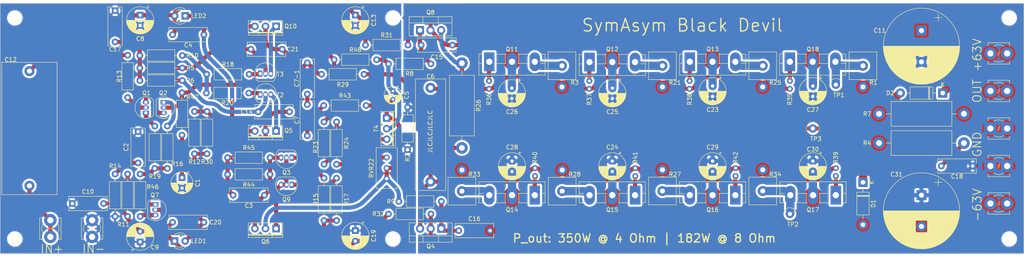
<source format=kicad_pcb>
(kicad_pcb (version 20221018) (generator pcbnew)
  (layers (0 "F.Cu" signal) (31 "B.Cu" signal) (34 "B.Paste" user) (35 "F.Paste" user) (36 "B.SilkS" user "B.Silkscreen") (37 "F.SilkS" user "F.Silkscreen") (38 "B.Mask" user) (39 "F.Mask" user) (44 "Edge.Cuts" user))
  (net 0 "")
  (net 1 "Net-(C1-Pad1)")
  (net 2 "GNDA")
  (net 3 "Net-(Q1-B)")
  (net 4 "Net-(Q5-C)")
  (net 5 "Net-(Q3-C)")
  (net 6 "Net-(LED2-A)")
  (net 7 "Net-(LED2-K)")
  (net 8 "Net-(T4-C)")
  (net 9 "Net-(Q6-C)")
  (net 10 "Net-(Q8-E)")
  (net 11 "Net-(Q4-E)")
  (net 12 "Net-(C7-1-Pad2)")
  (net 13 "Net-(C7-Pad2)")
  (net 14 "Net-(Q2-B)")
  (net 15 "Net-(LED1-K)")
  (net 16 "+VDC")
  (net 17 "GND")
  (net 18 "Net-(J1-Pin_1)")
  (net 19 "Net-(C12-Pad2)")
  (net 20 "Net-(Q2-C)")
  (net 21 "Net-(Q8-B)")
  (net 22 "Net-(Q4-B)")
  (net 23 "-VDC")
  (net 24 "Net-(C18-Pad1)")
  (net 25 "Net-(LED1-A)")
  (net 26 "Net-(Q1-C)")
  (net 27 "Net-(Q10-C)")
  (net 28 "Net-(D1-K)")
  (net 29 "Net-(J3-Pin_1)")
  (net 30 "Net-(Q1-E)")
  (net 31 "Net-(Q2-E)")
  (net 32 "Net-(Q3-E)")
  (net 33 "Net-(Q3-B)")
  (net 34 "Net-(Q5-E)")
  (net 35 "Net-(Q7-E)")
  (net 36 "Net-(Q7-C)")
  (net 37 "Net-(Q9-E)")
  (net 38 "Net-(Q10-E)")
  (net 39 "Net-(Q11-B)")
  (net 40 "Net-(Q11-E)")
  (net 41 "Net-(Q12-B)")
  (net 42 "Net-(Q12-E)")
  (net 43 "Net-(Q13-B)")
  (net 44 "Net-(Q13-E)")
  (net 45 "Net-(Q14-B)")
  (net 46 "Net-(Q14-E)")
  (net 47 "Net-(Q15-B)")
  (net 48 "Net-(Q15-E)")
  (net 49 "Net-(Q16-B)")
  (net 50 "Net-(Q16-E)")
  (net 51 "Net-(Q17-B)")
  (net 52 "Net-(Q17-E)")
  (net 53 "Net-(Q18-B)")
  (net 54 "Net-(Q18-E)")
  (net 55 "Net-(R10-Pad2)")
  (net 56 "Net-(R16-Pad2)")
  (net 57 "Net-(T3-E)")
  (net 58 "Net-(T2-E)")
  (net 59 "Net-(T4-B)")
  (net 60 "Net-(R24-Pad2)")
  (footprint "Capacitor_THT:C_Rect_L26.5mm_W7.0mm_P22.50mm_MKS4" (layer "F.Cu") (at 126 82.25 -90)
    (fp_text reference "C6")
    (fp_text value "680n")
  )
  (footprint "Resistor_THT:R_Axial_DIN0207_L6.3mm_D2.5mm_P10.16mm_Horizontal" (layer "F.Cu") (at 50.5 102.92 -90)
    (fp_text reference "R14")
    (fp_text value "22k")
  )
  (footprint "LED_THT:LED_D3.0mm" (layer "F.Cu") (at 64.725 119)
    (fp_text reference "LED1")
    (fp_text value "RED")
  )
  (footprint "Resistor_THT:R_Axial_DIN0207_L6.3mm_D2.5mm_P10.16mm_Horizontal" (layer "F.Cu") (at 110.42 72)
    (fp_text reference "R31")
    (fp_text value "47")
  )
  (footprint "Resistor_THT:R_Axial_DIN0207_L6.3mm_D2.5mm_P10.16mm_Horizontal" (layer "F.Cu") (at 126.08 76.5 180)
    (fp_text reference "R8")
    (fp_text value "22")
  )
  (footprint "TerminalBlock_MetzConnect:TerminalBlock_MetzConnect_360381_1x01_Horizontal_ScrewM3.0" (layer "F.Cu") (at 260 92)
    (fp_text reference "J7" hide)
    (fp_text value "SPK_GND")
  )
  (footprint "Resistor_THT:R_Axial_DIN0207_L6.3mm_D2.5mm_P10.16mm_Horizontal" (layer "F.Cu") (at 103.5 103.92 -90)
    (fp_text reference "R17")
    (fp_text value "100")
  )
  (footprint "Capacitor_THT:C_Rect_L9.0mm_W3.2mm_P7.50mm_MKT" (layer "F.Cu") (at 84.75 88)
    (fp_text reference "C14")
    (fp_text value "100p")
  )
  (footprint "Capacitor_THT:C_Rect_L9.0mm_W3.2mm_P7.50mm_MKT" (layer "F.Cu") (at 131.25 72 180)
    (fp_text reference "C15")
    (fp_text value "100p")
  )
  (footprint "Package_TO_SOT_THT:TO-92_Inline" (layer "F.Cu") (at 85.23 78.86)
    (fp_text reference "T3")
    (fp_text value "2N5401")
  )
  (footprint "Resistor_THT:R_Axial_DIN0204_L3.6mm_D1.6mm_P1.90mm_Vertical" (layer "F.Cu") (at 175 103.405 90)
    (fp_text reference "R41")
    (fp_text value "4R7")
  )
  (footprint "Capacitor_THT:C_Rect_L9.0mm_W3.2mm_P7.50mm_MKT" (layer "F.Cu") (at 64.25 69.5)
    (fp_text reference "C4")
    (fp_text value "100n")
  )
  (footprint "Package_TO_SOT_THT:TO-3PB-3_Vertical" (layer "F.Cu") (at 164.045 76.075)
    (fp_text reference "Q12")
    (fp_text value "MJL3281")
  )
  (footprint "Capacitor_THT:CP_Radial_D18.0mm_P7.50mm" (layer "F.Cu") (at 243.5 108 -90)
    (fp_text reference "C31")
    (fp_text value "680µ 100V")
  )
  (footprint "Package_TO_SOT_THT:TO-92_Inline" (layer "F.Cu") (at 57.86 88.27 90)
    (fp_text reference "Q1")
    (fp_text value "2N5551")
  )
  (footprint "Package_TO_SOT_THT:TO-92_Inline" (layer "F.Cu") (at 60.14 110.23 -90)
    (fp_text reference "Q7")
    (fp_text value "2N5551")
  )
  (footprint "Resistor_THT:R_Axial_DIN0204_L3.6mm_D1.6mm_P1.90mm_Vertical" (layer "F.Cu") (at 199 103.405 90)
    (fp_text reference "R42")
    (fp_text value "4R7")
  )
  (footprint "Capacitor_THT:CP_Radial_D6.3mm_P2.50mm" (layer "F.Cu") (at 169.5 99.817621 -90)
    (fp_text reference "C24")
    (fp_text value "22µ 100V")
  )
  (footprint "MountingHole:MountingHole_3.2mm_M3" (layer "F.Cu") (at 264.5 65.5)
    (fp_text reference "REF**" hide)
    (fp_text value "MountingHole_3.2mm_M3" hide)
  )
  (footprint "Resistor_THT:R_Axial_Power_L20.0mm_W6.4mm_P5.08mm_Vertical" (layer "F.Cu") (at 133.5 107.04 90)
    (fp_text reference "R33")
    (fp_text value "0R22 5W")
  )
  (footprint "Resistor_THT:R_Axial_DIN0207_L6.3mm_D2.5mm_P10.16mm_Horizontal" (layer "F.Cu") (at 120.5 97.08 90)
    (fp_text reference "R2")
    (fp_text value "10")
  )
  (footprint "Package_TO_SOT_THT:TO-126-3_Vertical" (layer "F.Cu") (at 89.04 92.625 180)
    (fp_text reference "Q5")
    (fp_text value "MJE350")
  )
  (footprint "Resistor_THT:R_Axial_DIN0207_L6.3mm_D2.5mm_P10.16mm_Horizontal" (layer "F.Cu") (at 82.5 83.5 180)
    (fp_text reference "R20")
    (fp_text value "22")
  )
  (footprint "Resistor_THT:R_Axial_DIN0204_L3.6mm_D1.6mm_P1.90mm_Vertical" (layer "F.Cu") (at 212 80.595 -90)
    (fp_text reference "R35")
    (fp_text value "4R7")
  )
  (footprint "Resistor_THT:R_Axial_DIN0204_L3.6mm_D1.6mm_P1.90mm_Vertical" (layer "F.Cu") (at 223 103.405 90)
    (fp_text reference "R39")
    (fp_text value "4R7")
  )
  (footprint "Resistor_THT:R_Axial_DIN0207_L6.3mm_D2.5mm_P10.16mm_Horizontal" (layer "F.Cu") (at 115.92 112.5)
    (fp_text reference "R32")
    (fp_text value "47")
  )
  (footprint "Package_TO_SOT_THT:TO-3PB-3_Vertical" (layer "F.Cu") (at 140.05 76)
    (fp_text reference "Q11")
    (fp_text value "MJL3281")
  )
  (footprint "TestPoint:TestPoint_Loop_D2.50mm_Drill1.0mm" (layer "F.Cu") (at 212 112.5)
    (fp_text reference "TP2")
    (fp_text value "MP2")
  )
  (footprint "Capacitor_THT:C_Rect_L9.0mm_W3.2mm_P7.50mm_MKT" (layer "F.Cu") (at 132.75 116.5)
    (fp_text reference "C16")
    (fp_text value "100p")
  )
  (footprint "Resistor_THT:R_Axial_Power_L20.0mm_W6.4mm_P5.08mm_Vertical" (layer "F.Cu") (at 181.5 76.96 -90)
    (fp_text reference "R21")
    (fp_text value "0R22 5W")
  )
  (footprint "Resistor_THT:R_Axial_Power_L20.0mm_W6.4mm_P5.08mm_Vertical" (layer "F.Cu") (at 157.45 76.96 -90)
    (fp_text reference "R3")
    (fp_text value "0R22 5W")
  )
  (footprint "Resistor_THT:R_Axial_DIN0207_L6.3mm_D2.5mm_P10.16mm_Horizontal" (layer "F.Cu") (at 56.42 74.5)
    (fp_text reference "R10")
    (fp_text value "120")
  )
  (footprint "Resistor_THT:R_Axial_Power_L20.0mm_W6.4mm_P5.08mm_Vertical" (layer "F.Cu") (at 205.5 107 90)
    (fp_text reference "R34")
    (fp_text value "0R22 5W")
  )
  (footprint "Resistor_THT:R_Axial_DIN0207_L6.3mm_D2.5mm_P10.16mm_Horizontal" (layer "F.Cu") (at 100.5 90.42 -90)
    (fp_text reference "R23")
    (fp_text value "1k5")
  )
  (footprint "Resistor_THT:R_Axial_DIN0207_L6.3mm_D2.5mm_P10.16mm_Horizontal" (layer "F.Cu") (at 103.5 90.42 -90)
    (fp_text reference "R24")
    (fp_text value "270")
  )
  (footprint "Resistor_THT:R_Axial_DIN0204_L3.6mm_D1.6mm_P1.90mm_Vertical" (layer "F.Cu") (at 188 80.595 -90)
    (fp_text reference "R38")
    (fp_text value "4R7")
  )
  (footprint "Capacitor_THT:C_Rect_L9.0mm_W3.2mm_P7.50mm_MKT" (layer "F.Cu") (at 40.25 110)
    (fp_text reference "C10")
    (fp_text value "100n")
  )
  (footprint "Package_TO_SOT_THT:TO-3PB-3_Vertical" (layer "F.Cu") (at 174.95 108 180)
    (fp_text reference "Q15")
    (fp_text value "MJL1302")
  )
  (footprint "MountingHole:MountingHole_3.2mm_M3" (layer "F.Cu") (at 117 65.5)
    (fp_text reference "REF**" hide)
    (fp_text value "MountingHole_3.2mm_M3" hide)
  )
  (footprint "Resistor_THT:R_Axial_DIN0207_L6.3mm_D2.5mm_P10.16mm_Horizontal" (layer "F.Cu") (at 56.5 102.92 -90)
    (fp_text reference "R46")
    (fp_text value "10k")
  )
  (footprint "Capacitor_THT:C_Rect_L9.0mm_W3.2mm_P7.50mm_MKT" (layer "F.Cu") (at 96.5 76.25 -90)
    (fp_text reference "C7-1")
    (fp_text value "10p")
  )
  (footprint "Diode_THT:D_DO-41_SOD81_P10.16mm_Horizontal" (layer "F.Cu") (at 248.58 83.5 180)
    (fp_text reference "D2")
    (fp_text value "1N4004")
  )
  (footprint "Package_TO_SOT_THT:TO-126-3_Vertical" (layer "F.Cu") (at 89.04 67.5 180)
    (fp_text reference "Q10")
    (fp_text value "MJE350")
  )
  (footprint "Resistor_THT:R_Axial_DIN0207_L6.3mm_D2.5mm_P10.16mm_Horizontal" (layer "F.Cu") (at 100.5 103.92 -90)
    (fp_text reference "R15")
    (fp_text value "100")
  )
  (footprint "Package_TO_SOT_THT:TO-92_Inline" (layer "F.Cu") (at 62.14 85.73 -90)
    (fp_text reference "Q2")
    (fp_text value "2N5551")
  )
  (footprint "Capacitor_THT:CP_Radial_D5.0mm_P2.50mm" (layer "F.Cu") (at 66.5 103.794888 -90)
    (fp_text reference "C1")
    (fp_text value "330µF/16V")
  )
  (footprint "TerminalBlock_MetzConnect:TerminalBlock_MetzConnect_360381_1x01_Horizontal_ScrewM3.0" (layer "F.Cu") (at 260 83)
    (fp_text reference "J3" hide)
    (fp_text value "OUT")
  )
  (footprint "TerminalBlock_MetzConnect:TerminalBlock_MetzConnect_360381_1x01_Horizontal_ScrewM3.0" (layer "F.Cu") (at 260 110)
    (fp_text reference "J5" hide)
    (fp_text value "-63V")
  )
  (footprint "Resistor_THT:R_Axial_DIN0207_L6.3mm_D2.5mm_P10.16mm_Horizontal" (layer "F.Cu") (at 99.92 79)
    (fp_text reference "R29")
    (fp_text value "22k")
  )
  (footprint "Capacitor_THT:CP_Radial_D18.0mm_P7.50mm" (layer "F.Cu") (at 243.5 68.52222 -90)
    (fp_text reference "C11")
    (fp_text value "680µ 100V")
  )
  (footprint "Capacitor_THT:C_Rect_L9.0mm_W3.2mm_P7.50mm_MKT" (layer "F.Cu") (at 56 100.25 90)
    (fp_text reference "C2")
    (fp_text value "680p")
  )
  (footprint "MountingHole:MountingHole_3.2mm_M3" (layer "F.Cu") (at 26.5 65.5)
    (fp_text reference "REF**" hide)
    (fp_text value "MountingHole_3.2mm_M3" hide)
  )
  (footprint "Capacitor_THT:CP_Radial_D6.3mm_P2.50mm" (layer "F.Cu") (at 56.5 64.817621 -90)
    (fp_text reference "C8")
    (fp_text value "22µ 100V")
  )
  (footprint "Package_TO_SOT_THT:TO-3PB-3_Vertical" (layer "F.Cu") (at 188.05 76)
    (fp_text reference "Q13")
    (fp_text value "MJL3281")
  )
  (footprint "Capacitor_THT:CP_Radial_D6.3mm_P2.50mm" (layer "F.Cu") (at 193.5 99.817621 -90)
    (fp_text reference "C29")
    (fp_text value "22µ 100V")
  )
  (footprint "TerminalBlock_MetzConnect:TerminalBlock_MetzConnect_360381_1x01_Horizontal_ScrewM3.0" (layer "F.Cu") (at 260 74)
    (fp_text reference "J4" hide)
    (fp_text value "+63V")
  )
  (footprint "TerminalBlock_MetzConnect:TerminalBlock_MetzConnect_360381_1x01_Horizontal_ScrewM3.0" (layer "F.Cu") (at 260 101)
    (fp_text reference "J6" hide)
    (fp_text value "GND")
  )
  (footprint "Resistor_THT:R_Axial_DIN0207_L6.3mm_D2.5mm_P10.16mm_Horizontal" (layer "F.Cu") (at 77.42 99)
    (fp_text reference "R45")
    (fp_text value "22k")
  )
  (footprint "Resistor_THT:R_Axial_Power_L20.0mm_W6.4mm_P5.08mm_Vertical" (layer "F.Cu") (at 229.5 76.96 -90)
    (fp_text reference "R1")
    (fp_text value "0R22 5W")
  )
  (footprint "Capacitor_THT:CP_Radial_D6.3mm_P2.50mm" (layer "F.Cu") (at 108 116.5 -90)
    (fp_text reference "C19")
    (fp_text value "22µ 100V")
  )
  (footprint "Resistor_THT:R_Axial_DIN0614_L14.3mm_D5.7mm_P20.32mm_Horizontal" (layer "F.Cu") (at 233.34 95.5)
    (fp_text reference "R4")
    (fp_text value "4R7 2W")
  )
  (footprint "TerminalBlock_MetzConnect:TerminalBlock_MetzConnect_360381_1x01_Horizontal_ScrewM3.0" (layer "F.Cu") (at 45 118 90)
    (fp_text reference "J2" hide)
    (fp_text value "IN_GND")
  )
  (footprint "Capacitor_THT:CP_Radial_D4.0mm_P2.00mm" (layer "F.Cu") (at 117 83.027401 -90)
    (fp_text reference "C5")
    (fp_text value "47µ/25V")
  )
  (footprint "Resistor_THT:R_Axial_DIN0207_L6.3mm_D2.5mm_P10.16mm_Horizontal" (layer "F.Cu") (at 102.92 75.5)
    (fp_text reference "R48")
    (fp_text value "15")
  )
  (footprint "Resistor_THT:R_Axial_DIN0207_L6.3mm_D2.5mm_P10.16mm_Horizontal" (layer "F.Cu") (at 56.42 77.5)
    (fp_text reference "R5")
    (fp_text value "1k")
  )
  (footprint "Resistor_THT:R_Axial_Power_L20.0mm_W6.4mm_P5.08mm_Vertical" (layer "F.Cu") (at 205.5 76.96 -90)
    (fp_text reference "R25")
    (fp_text value "0R22 5W")
  )
  (footprint "Package_TO_SOT_THT:TO-126-3_Vertical" (layer "F.Cu") (at 89.04 116 180)
    (fp_text reference "Q6")
    (fp_text value "MJE340")
  )
  (footprint "Package_TO_SOT_THT:TO-92_Inline" (layer "F.Cu") (at 85.23 83.86)
    (fp_text reference "T2")
    (fp_text value "2N5401")
  )
  (footprint "Resistor_THT:R_Axial_DIN0207_L6.3mm_D2.5mm_P10.16mm_Horizontal" (layer "F.Cu") (at 63 91.42 -90)
    (fp_text reference "R16")
    (fp_text value "47")
  )
  (footprint "Capacitor_THT:CP_Radial_D6.3mm_P2.50mm" (layer "F.Cu") (at 217.5 99.817621 -90)
    (fp_text reference "C30")
    (fp_text value "22µ 100V")
  )
  (footprint "Package_TO_SOT_THT:TO-3PB-3_Vertical" (layer "F.Cu") (at 150.95 108 180)
    (fp_text reference "Q14")
    (fp_text value "MJL1302")
  )
  (footprint "Capacitor_THT:C_Rect_L9.0mm_W3.2mm_P7.50mm_MKT" (layer "F.Cu") (at 78.75 108)
    (fp_text reference "C3")
    (fp_text value "100n")
  )
  (footprint "Capacitor_THT:C_Rect_L9.0mm_W3.2mm_P7.50mm_MKT" (layer "F.Cu") (at 248.25 101)
    (fp_text reference "C18")
    (fp_text value "47n")
  )
  (footprint "Capacitor_THT:CP_Radial_D6.3mm_P2.50mm" (layer "F.Cu") (at 108 64.817621 -90)
    (fp_text reference "C13")
    (fp_text value "22µ 100V")
  )
  (footprint "Capacitor_THT:CP_Radial_D6.3mm_P2.50mm" (layer "F.Cu") (at 145.45 82.317621 -90)
    (fp_text reference "C26")
    (fp_text value "22µ 100V")
  )
  (footprint "Package_TO_SOT_THT:TO-3PB-3_Vertical" (layer "F.Cu") (at 212 76)
    (fp_text reference "Q18")
    (fp_text value "MJL3281")
  )
  (footprint "Capacitor_THT:CP_Radial_D6.3mm_P2.50mm" (layer "F.Cu") (at 193.5 81.817621 -90)
    (fp_text reference "C23")
    (fp_text value "22µ 100V")
  )
  (footprint "Resistor_THT:R_Axial_Power_L20.0mm_W6.4mm_P5.08mm_Vertical" (layer "F.Cu") (at 157.5 107.04 90)
    (fp_text reference "R28")
    (fp_text value "0R22 5W")
  )
  (footprint "Resistor_THT:R_Axial_DIN0207_L6.3mm_D2.5mm_P10.16mm_Horizontal" (layer "F.Cu") (at 72.5 87.92 -90)
    (fp_text reference "R30")
    (fp_text value "68k")
  )
  (footprint "Capacitor_THT:C_Rect_L9.0mm_W3.2mm_P7.50mm_MKT" (layer "F.Cu") (at 50.5 71.25 90)
    (fp_text reference "C17")
    (fp_text value "100n")
  )
  (footprint "Capacitor_THT:C_Rect_L9.0mm_W3.2mm_P7.50mm_MKT" (layer "F.Cu") (at 96.5 86.25 -90)
    (fp_text reference "C7")
    (fp_text value "10p")
  )
  (footprint "TerminalBlock_MetzConnect:TerminalBlock_MetzConnect_360381_1x01_Horizontal_ScrewM3.0" (layer "F.Cu") (at 35 118 90)
    (fp_text reference "J1" hide)
    (fp_text value "IN")
  )
  (footprint "Resistor_THT:R_Axial_DIN0207_L6.3mm_D2.5mm_P10.16mm_Horizontal" (layer "F.Cu") (at 60 91.42 -90)
    (fp_text reference "R19")
    (fp_text value "47")
  )
  (footprint "Package_TO_SOT_THT:TO-3PB-3_Vertical" (layer "F.Cu") (at 198.95 108 180)
    (fp_text reference "Q16")
    (fp_text value "MJL1302")
  )
  (footprint "Resistor_THT:R_Axial_DIN0207_L6.3mm_D2.5mm_P10.16mm_Horizontal" (layer "F.Cu") (at 69.5 87.92 -90)
    (fp_text reference "R12")
    (fp_text value "68k")
  )
  (footprint "Resistor_THT:R_Axial_DIN0204_L3.6mm_D1.6mm_P1.90mm_Vertical" (layer "F.Cu") (at 140 80.595 -90)
    (fp_text reference "R36")
    (fp_text value "4R7")
  )
  (footprint "MountingHole:MountingHole_3.2mm_M3" (layer "F.Cu") (at 264.5 118.5)
    (fp_text reference "REF**" hide)
    (fp_text value "MountingHole_3.2mm_M3" hide)
  )
  (footprint "Resistor_THT:R_Axial_DIN0207_L6.3mm_D2.5mm_P10.16mm_Horizontal" (layer "F.Cu") (at 53.5 102.92 -90)
    (fp_text reference "R11")
    (fp_text value "390")
  )
  (footprint "Package_TO_SOT_THT:TO-92_Inline" (layer "F.Cu") (at 92.77 99 180)
    (fp_text reference "Q3")
    (fp_text value "2N5551")
  )
  (footprint "Potentiometer_THT:Potentiometer_Bourns_3296W_Vertical" (layer "F.Cu") (at 115.5 98.96 90)
    (fp_text reference "RVR22")
    (fp_text value "500")
  )
  (footprint "Resistor_THT:R_Axial_DIN0204_L3.6mm_D1.6mm_P1.90mm_Vertical" (layer "F.Cu") (at 164 80.595 -90)
    (fp_text reference "R37")
    (fp_text value "4R7")
  )
  (footprint "Resistor_THT:R_Axial_DIN0207_L6.3mm_D2.5mm_P10.16mm_Horizontal" (layer "F.Cu") (at 66.5 93.58 90)
    (fp_text reference "R47")
    (fp_text value "820")
  )
  (footprint "Capacitor_THT:CP_Radial_D6.3mm_P2.50mm" (layer "F.Cu") (at 56.5 119.182379 90)
    (fp_text reference "C9")
    (fp_text value "22µ 100V")
  )
  (footprint "Resistor_THT:R_Axial_Power_L20.0mm_W6.4mm_P5.08mm_Vertical" (layer "F.Cu") (at 181.5 107 90)
    (fp_text reference "R27")
    (fp_text value "0R22 5W")
  )
  (footprint "Package_TO_SOT_THT:TO-126-3_Vertical" (layer "F.Cu") (at 115.5 89.5 -90)
    (fp_text reference "T4")
    (fp_text value "BD139")
  )
  (footprint "Package_TO_SOT_THT:TO-3PB-3_Vertical" (layer "F.Cu") (at 223 108 180)
    (fp_text reference "Q17")
    (fp_text value "MJL1302")
  )
  (footprint "Capacitor_THT:CP_Radial_D6.3mm_P2.50mm" (layer "F.Cu") (at 169.5 82.317621 -90)
    (fp_text reference "C25")
    (fp_text value "22µ 100V")
  )
  (footprint "Resistor_THT:R_Axial_DIN0207_L6.3mm_D2.5mm_P10.16mm_Horizontal" (layer "F.Cu") (at 100.42 86.5)
    (fp_text reference "R43")
    (fp_text value "470")
  )
  (footprint "MountingHole:MountingHole_3.2mm_M3" (layer "F.Cu") (at 117 118.5)
    (fp_text reference "REF**" hide)
    (fp_text value "MountingHole_3.2mm_M3" hide)
  )
  (footprint "Resistor_THT:R_Axial_DIN0207_L6.3mm_D2.5mm_P10.16mm_Horizontal" (layer "F.Cu") (at 72.42 79)
    (fp_text reference "R18")
    (fp_text value "22")
  )
  (footprint "Capacitor_THT:C_Rect_L9.0mm_W3.2mm_P7.50mm_MKT" (layer "F.Cu") (at 71.75 114.5 180)
    (fp_text reference "C20")
    (fp_text value "100n")
  )
  (footprint "Resistor_THT:R_Axial_DIN0204_L3.6mm_D1.6mm_P1.90mm_Vertical" (layer "F.Cu") (at 151 103.405 90)
    (fp_text reference "R40")
    (fp_text value "4R7")
  )
  (footprint "LED_THT:LED_D3.0mm" (layer "F.Cu") (at 67.275 65 180)
    (fp_text reference "LED2")
    (fp_text value "BLUE")
  )
  (footprint "Capacitor_THT:C_Rect_L9.0mm_W3.2mm_P7.50mm_MKT" (layer "F.Cu") (at 83 73)
    (fp_text reference "C21")
    (fp_text value "100p")
  )
  (footprint "Resistor_THT:R_Axial_DIN0207_L6.3mm_D2.5mm_P10.16mm_Horizontal" (layer "F.Cu") (at 118.42 109.5)
    (fp_text reference "R9")
    (fp_text value "22")
  )
  (footprint "MountingHole:MountingHole_3.2mm_M3" (layer "F.Cu") (at 26.5 118.5)
    (fp_text reference "REF**" hide)
    (fp_text value "MountingHole_3.2mm_M3" hide)
  )
  (footprint "Resistor_THT:R_Axial_DIN0614_L14.3mm_D5.7mm_P20.32mm_Horizontal" (layer "F.Cu") (at 233.34 88.5)
    (fp_text reference "R7")
    (fp_text value "10 2W")
  )
  (footprint "Diode_THT:D_DO-41_SOD81_P10.16mm_Horizontal" (layer "F.Cu") (at 229.5 104.92 -90)
    (fp_text reference "D1")
    (fp_text value "1N4004")
  )
  (footprint "Resistor_THT:R_Axial_DIN0207_L6.3mm_D2.5mm_P10.16mm_Horizontal" (layer "F.Cu") (at 77.42 103)
    (fp_text reference "R44")
    (fp_text value "15k")
  )
  (footprint "Resistor_THT:R_Axial_DIN0614_L14.3mm_D5.7mm_P20.32mm_Horizontal" (layer "F.Cu") (at 133.5 76.34 -90)
    (fp_text reference "R26")
    (fp_text value "68 2W")
  )
  (footprint "Package_TO_SOT_THT:TO-220-3_Vertical" (layer "F.Cu") (at 128.58 116 180)
    (fp_text reference "Q4")
    (fp_text value "MJE15031")
  )
  (footprint "Package_TO_SOT_THT:TO-220-3_Vertical" (layer "F.Cu") (at 123.46 68.445)
    (fp_text reference "Q8")
    (fp_text value "MJE15030")
  )
  (footprint "TestPoint:TestPoint_Loop_D2.50mm_Drill1.0mm" (layer "F.Cu") (at 223 81.5)
    (fp_text reference "TP1")
    (fp_text value "MP1")
  )
  (footprint "Package_TO_SOT_THT:TO-92_Inline" (layer "F.Cu") (at 92.77 105.5 180)
    (fp_text reference "Q9")
    (fp_text value "2N5551")
  )
  (footprint "TestPoint:TestPoint_Loop_D2.50mm_Drill1.0mm" (layer "F.Cu") (at 217.5 92)
    (fp_text reference "TP3")
    (fp_text value "MP2")
  )
  (footprint "Resistor_THT:R_Axial_DIN0207_L6.3mm_D2.5mm_P10.16mm_Horizontal" (layer "F.Cu") (at 56.42 80.5)
    (fp_text reference "R6")
    (fp_text value "1k")
  )
  (footprint "Capacitor_THT:CP_Radial_D6.3mm_P2.50mm" (layer "F.Cu") (at 145.5 99.817621 -90)
    (fp_text reference "C28")
    (fp_text value "22µ 100V")
  )
  (footprint "Capacitor_THT:C_Rect_L31.5mm_W13.0mm_P27.50mm_MKS4" (layer "F.Cu") (at 30 105.75 90)
    (fp_text reference "C12")
    (fp_text value "10µ")
  )
  (footprint "Capacitor_THT:CP_Radial_D6.3mm_P2.50mm" (layer "F.Cu") (at 217.5 81.817621 -90)
    (fp_text reference "C27")
    (fp_text value "22µ 100V")
  )
  (footprint "Resistor_THT:R_Axial_DIN0207_L6.3mm_D2.5mm_P10.16mm_Horizontal" (layer "F.Cu") (at 53.5 74.42 -90)
    (fp_text reference "R13")
    (fp_text value "680")
  )
  (gr_line (start 117 96) (end 117 88) (stroke (width 0.3)) (layer "F.SilkS"))
  (gr_line (start 82.5 69) (end 90.5 69) (stroke (width 0.3)) (layer "F.SilkS"))
  (gr_line (start 82.5 117.5) (end 90.5 117.5) (stroke (width 0.3)) (layer "F.SilkS"))
  (gr_line (start 90.5 94) (end 82.5 94) (stroke (width 0.3)) (layer "F.SilkS"))
  (gr_line (start 268 62) (end 268 122) (stroke (width 0.1)) (layer "Edge.Cuts"))
  (gr_line (start 23 62) (end 268 62) (stroke (width 0.1)) (layer "Edge.Cuts"))
  (gr_line (start 23 122) (end 23 62) (stroke (width 0.1)) (layer "Edge.Cuts"))
  (gr_line (start 268 122) (end 23 122) (stroke (width 0.1)) (layer "Edge.Cuts"))
  (gr_text "IN-" (at 42.5 122) (layer "F.SilkS") (effects (font (size 2 2) (thickness 0.2)) (justify left bottom)))
  (gr_text "P_out: 350W @ 4 Ohm | 182W @ 8 Ohm" (at 145.5 119.5) (layer "F.SilkS") (effects (font (size 2 2) (thickness 0.3)) (justify left bottom)))
  (gr_text "GND" (at 258 99 90) (layer "F.SilkS") (effects (font (size 2 2) (thickness 0.2)) (justify left bottom)))
  (gr_text "SymAsym Black Devil" (at 162 69) (layer "F.SilkS") (effects (font (size 3 3) (thickness 0.3)) (justify left bottom)))
  (gr_text "JLCJLCJLCJLC" (at 126.5 98 90) (layer "F.SilkS") (effects (font (size 1 1)) (justify left bottom)))
  (gr_text "IN+" (at 32.5 122) (layer "F.SilkS") (effects (font (size 2 2) (thickness 0.2)) (justify left bottom)))
  (gr_text "+63V" (at 258 78.5 90) (layer "F.SilkS") (effects (font (size 2 2) (thickness 0.2)) (justify left bottom)))
  (gr_text "-63V" (at 258 114.5 90) (layer "F.SilkS") (effects (font (size 2 2) (thickness 0.2)) (justify left bottom)))
  (gr_text "OUT" (at 258 86 90) (layer "F.SilkS") (effects (font (size 2 2) (thickness 0.2)) (justify left bottom)))
  (segment (start 66.5 93.58) (end 66.5 103.794888) (width 1) (layer "F.Cu") (net 1))
  (segment (start 54.063345 100.25) (end 56 100.25) (width 1) (layer "F.Cu") (net 3))
  (segment (start 55.234106 86.314106) (end 53.5 84.58) (width 1) (layer "F.Cu") (net 3))
  (segment (start 55.234106 87.685893) (end 54.71 88.21) (width 1) (layer "F.Cu") (net 3))
  (segment (start 53.5 99.686654) (end 53.5 91.131198) (width 1) (layer "F.Cu") (net 3))
  (segment (start 53.335 100.085) (end 50.5 102.92) (width 1) (layer "F.Cu") (net 3))
  (segment (start 56.89 87) (end 57.86 87) (width 1) (layer "F.Cu") (net 3))
  (arc (start 53.665 100.085) (mid 53.847762 100.207117) (end 54.063345 100.25) (width 1) (layer "F.Cu") (net 3))
  (arc (start 55.234106 86.314106) (mid 55.993836 86.821741) (end 56.89 87) (width 1) (layer "F.Cu") (net 3))
  (arc (start 55.234106 87.685893) (mid 55.518212 86.999999) (end 55.234106 86.314106) (width 1) (layer "F.Cu") (net 3))
  (arc (start 56.89 87) (mid 55.993836 87.178257) (end 55.234106 87.685893) (width 1) (layer "F.Cu") (net 3))
  (arc (start 53.665 100.085) (mid 53.5 100.016654) (end 53.335 100.085) (width 1) (layer "F.Cu") (net 3))
  (arc (start 53.335 100.085) (mid 53.457117 99.902237) (end 53.5 99.686654) (width 1) (layer "F.Cu") (net 3))
  (arc (start 53.5 99.686654) (mid 53.542882 99.902237) (end 53.665 100.085) (width 1) (layer "F.Cu") (net 3))
  (arc (start 54.71 88.21) (mid 53.814468 89.550257) (end 53.5 91.131198) (width 1) (layer "F.Cu") (net 3))
  (segment (start 78.085 107.335) (end 78.75 108) (width 1) (layer "F.Cu") (net 4))
  (segment (start 80.246036 99) (end 77.42 99) (width 1) (layer "F.Cu") (net 4))
  (segment (start 86.5 93.8125) (end 86.5 92.625) (width 1) (layer "F.Cu") (net 4))
  (segment (start 77.42 103) (end 77.42 105.729547) (width 1) (layer "F.Cu") (net 4))
  (segment (start 86.5 91.3125) (end 86.5 92.625) (width 1) (layer "F.Cu") (net 4))
  (segment (start 85.66031 95.839689) (end 84.093792 97.406207) (width 1) (layer "F.Cu") (net 4))
  (segment (start 87.499999 88.999999) (end 87.428077 89.071922) (width 1) (layer "F.Cu") (net 4))
  (segment (start 89.914213 88) (end 92.25 88) (width 1) (layer "F.Cu") (net 4))
  (segment (start 77.42 99) (end 77.42 103) (width 1) (layer "F.Cu") (net 4))
  (arc (start 77.42 105.729547) (mid 77.592827 106.598412) (end 78.085 107.335) (width 1) (layer "F.Cu") (net 4))
  (arc (start 87.428077 89.071922) (mid 86.741199 90.099908) (end 86.5 91.3125) (width 1) (layer "F.Cu") (net 4))
  (arc (start 89.914213 88) (mid 88.60765 88.259891) (end 87.499999 88.999999) (width 1) (layer "F.Cu") (net 4))
  (arc (start 84.093792 97.406207) (mid 82.328426 98.585786) (end 80.246036 99) (width 1) (layer "F.Cu") (net 4))
  (arc (start 86.5 93.8125) (mid 86.281771 94.909606) (end 85.66031 95.839689) (width 1) (layer "F.Cu") (net 4))
  (segment (start 87.58 99) (end 87.58 105.729547) (width 1) (layer "F.Cu") (net 5))
  (segment (start 85.105 109.145) (end 85.585 108.665) (width 1) (layer "F.Cu") (net 5))
  (segment (start 83.96 111.909274) (end 83.96 116) (width 1) (layer "F.Cu") (net 5))
  (segment (start 87.58 99) (end 90.23 99) (width 1) (layer "F.Cu") (net 5))
  (segment (start 86.915 107.335) (end 85.585 108.665) (width 1) (layer "F.Cu") (net 5))
  (arc (start 85.105 109.145) (mid 84.257575 110.413259) (end 83.96 111.909274) (width 1) (layer "F.Cu") (net 5))
  (arc (start 87.58 105.729547) (mid 87.407172 106.598412) (end 86.915 107.335) (width 1) (layer "F.Cu") (net 5))
  (segment (start 56.42 74.100868) (end 56.42 80.5) (width 1) (layer "F.Cu") (net 6))
  (segment (start 110.42 68.406606) (end 110.42 72) (width 1) (layer "F.Cu") (net 6))
  (segment (start 64.423659 64.817621) (end 56.5 64.817621) (width 1) (layer "F.Cu") (net 6))
  (segment (start 107.091189 63.90881) (end 107.887704 64.705325) (width 1) (layer "F.Cu") (net 6))
  (segment (start 53 68.543174) (end 53 70.375) (width 1) (layer "F.Cu") (net 6))
  (segment (start 64.735 68.672053) (end 64.735 65.128961) (width 1) (layer "F.Cu") (net 6))
  (segment (start 55.841189 64.817621) (end 56.5 64.817621) (width 1) (layer "F.Cu") (net 6))
  (segment (start 53.875 71.25) (end 52.125 71.25) (width 1) (layer "F.Cu") (net 6))
  (segment (start 66.89449 63) (end 104.897126 63) (width 1) (layer "F.Cu") (net 6))
  (segment (start 64.994861 64.005138) (end 65.3675 63.6325) (width 1) (layer "F.Cu") (net 6))
  (segment (start 64.4925 69.2575) (end 64.25 69.5) (width 1) (layer "F.Cu") (net 6))
  (segment (start 64.735 64.871038) (end 64.735 65.128961) (width 1) (layer "F.Cu") (net 6))
  (segment (start 108.429916 64.929916) (end 109.36881 65.86881) (width 1) (layer "F.Cu") (net 6))
  (segment (start 54.091189 65.90881) (end 54.716529 65.28347) (width 1) (layer "F.Cu") (net 6))
  (segment (start 52.125 71.25) (end 50.5 71.25) (width 1) (layer "F.Cu") (net 6))
  (segment (start 55.368718 71.868718) (end 55.585 72.085) (width 1) (layer "F.Cu") (net 6))
  (segment (start 64.735 64.6325) (end 64.735 64.871038) (width 1) (layer "F.Cu") (net 6))
  (arc (start 55.368718 71.868718) (mid 54.683394 71.410799) (end 53.875 71.25) (width 1) (layer "F.Cu") (net 6))
  (arc (start 64.64381 64.90881) (mid 64.542804 64.84132) (end 64.423659 64.817621) (width 1) (layer "F.Cu") (net 6))
  (arc (start 108.429916 64.929916) (mid 108.305531 64.846805) (end 108.15881 64.817621) (width 1) (layer "F.Cu") (net 6))
  (arc (start 107.887704 64.705325) (mid 108.012088 64.788436) (end 108.15881 64.817621) (width 1) (layer "F.Cu") (net 6))
  (arc (start 64.994861 64.005138) (mid 64.802535 64.292974) (end 64.735 64.6325) (width 1) (layer "F.Cu") (net 6))
  (arc (start 52.125 71.25) (mid 52.743718 70.993718) (end 53 70.375) (width 1) (layer "F.Cu") (net 6))
  (arc (start 109.36881 65.86881) (mid 110.146804 67.03316) (end 110.42 68.406606) (width 1) (layer "F.Cu") (net 6))
  (arc (start 66.89449 63) (mid 66.068088 63.164381) (end 65.3675 63.6325) (width 1) (layer "F.Cu") (net 6))
  (arc (start 64.64381 64.90881) (mid 64.702024 64.920389) (end 64.735 64.871038) (width 1) (layer "F.Cu") (net 6))
  (arc (start 64.735 65.128961) (mid 64.7113 65.009816) (end 64.64381 64.90881) (width 1) (layer "F.Cu") (net 6))
  (arc (start 64.735 68.672053) (mid 64.671976 68.988894) (end 64.4925 69.2575) (width 1) (layer "F.Cu") (net 6))
  (arc (start 54.091189 65.90881) (mid 53.28359 67.117466) (end 53 68.543174) (width 1) (layer "F.Cu") (net 6))
  (arc (start 107.091189 63.90881) (mid 106.084544 63.236192) (end 104.897126 63) (width 1) (layer "F.Cu") (net 6))
  (arc (start 53 70.375) (mid 53.256281 70.993718) (end 53.875 71.25) (width 1) (layer "F.Cu") (net 6))
  (arc (start 55.841189 64.817621) (mid 55.232527 64.938691) (end 54.716529 65.28347) (width 1) (layer "F.Cu") (net 6))
  (arc (start 55.585 72.085) (mid 56.20299 73.009888) (end 56.42 74.100868) (width 1) (layer "F.Cu") (net 6))
  (segment (start 68.1375 65) (end 67.275 65) (width 1) (layer "F.Cu") (net 7))
  (segment (start 79.1475 92.625) (end 77.8525 92.625) (width 1) (layer "F.Cu") (net 7))
  (segment (start 76.747148 92.167148) (end 72.5 87.92) (width 1) (layer "F.Cu") (net 7))
  (segment (start 71.75 67.926776) (end 71.75 69.5) (width 1) (layer "F.Cu") (net 7))
  (segment (start 71.625 67.625) (end 69.609879 65.609879) (width 1) (layer "F.Cu") (net 7))
  (segment (start 78.5 91.9775) (end 78.5 85) (width 1) (layer "F.Cu") (net 7))
  (segment (start 72.176776 67.5) (end 83.96 67.5) (width 1) (layer "F.Cu") (net 7))
  (segment (start 79.1475 92.625) (end 83.96 92.625) (width 1) (layer "F.Cu") (net 7))
  (segment (start 72.5 87.92) (end 69.5 87.92) (width 1) (layer "F.Cu") (net 7))
  (via (at 78.5 85) (size 0.8) (drill 0.4) (layers "F.Cu" "B.Cu") (net 7))
  (arc (start 72.176776 67.5) (mid 72.013456 67.532486) (end 71.875 67.625) (width 1) (layer "F.Cu") (net 7))
  (arc (start 76.747148 92.167148) (mid 77.254287 92.506008) (end 77.8525 92.625) (width 1) (layer "F.Cu") (net 7))
  (arc (start 69.609879 65.609879) (mid 68.934345 65.158502) (end 68.1375 65) (width 1) (layer "F.Cu") (net 7))
  (arc (start 71.75 67.926776) (mid 71.717513 67.763456) (end 71.625 67.625) (width 1) (layer "F.Cu") (net 7))
  (arc (start 78.5 91.9775) (mid 78.689648 92.435351) (end 79.1475 92.625) (width 1) (layer "F.Cu") (net 7))
  (arc (start 77.8525 92.625) (mid 78.310351 92.435351) (end 78.5 91.9775) (width 1) (layer "F.Cu") (net 7))
  (arc (start 71.875 67.625) (mid 71.782486 67.763456) (end 71.75 67.926776) (width 1) (layer "F.Cu") (net 7))
  (arc (start 71.625 67.625) (mid 71.75 67.676776) (end 71.875 67.625) (width 1) (layer "F.Cu") (net 7))
  (segment (start 78.5 82.75) (end 78.5 85) (width 1) (layer "B.Cu") (net 7))
  (segment (start 71.75 71.625) (end 71.75 69.5) (width 1) (layer "B.Cu") (net 7))
  (segment (start 73.252601 75.252601) (end 76.909009 78.909009) (width 1) (layer "B.Cu") (net 7))
  (arc (start 76.909009 78.909009) (mid 78.086514 80.67127) (end 78.5 82.75) (width 1) (layer "B.Cu") (net 7))
  (arc (start 71.75 71.625) (mid 72.140513 73.588243) (end 73.252601 75.252601) (width 1) (layer "B.Cu") (net 7))
  (segment (start 114.212893 75.5) (end 113.08 75.5) (width 1) (layer "F.Cu") (net 8))
  (segment (start 115.42 76) (end 115.92 76.5) (width 1) (layer "F.Cu") (net 8))
  (arc (start 115.42 76) (mid 114.866174 75.629945) (end 114.212893 75.5) (width 1) (layer "F.Cu") (net 8))
  (segment (start 117.75 83.777401) (end 117 83.027401) (width 1) (layer "B.Cu") (net 8))
  (segment (start 115.98 92.04) (end 115.5 92.04) (width 1) (layer "B.Cu") (net 8))
  (segment (start 118.5 85.588061) (end 118.5 88.557502) (width 1) (layer "B.Cu") (net 8))
  (segment (start 115.92 81.183725) (end 115.92 76.5) (width 1) (layer "B.Cu") (net 8))
  (segment (start 116.46 82.487401) (end 117 83.027401) (width 1) (layer "B.Cu") (net 8))
  (segment (start 116.799411 91.700588) (end 117.48 91.02) (width 1) (layer "B.Cu") (net 8))
  (arc (start 118.5 88.557502) (mid 118.23491 89.890196) (end 117.48 91.02) (width 1) (layer "B.Cu") (net 8))
  (arc (start 117.75 83.777401) (mid 118.305081 84.608138) (end 118.5 85.588061) (width 1) (layer "B.Cu") (net 8))
  (arc (start 115.92 81.183725) (mid 116.060341 81.889269) (end 116.46 82.487401) (width 1) (layer "B.Cu") (net 8))
  (arc (start 116.799411 91.700588) (mid 116.423462 91.951789) (end 115.98 92.04) (width 1) (layer "B.Cu") (net 8))
  (segment (start 117.749999 100.749999) (end 117.53033 100.969669) (width 1) (layer "F.Cu") (net 9))
  (segment (start 118.5 92.06066) (end 118.5 98.939339) (width 1) (layer "F.Cu") (net 9))
  (segment (start 115.5 101.5) (end 115.5 104.04) (width 1) (layer "F.Cu") (net 9))
  (segment (start 115.541101 86.486299) (end 115.5137 86.5137) (width 1) (layer "F.Cu") (net 9))
  (segment (start 115.541101 86.486299) (end 117 85.027401) (width 1) (layer "F.Cu") (net 9))
  (segment (start 115.508025 86.5) (end 110.58 86.5) (width 1) (layer "F.Cu") (net 9))
  (segment (start 115.5 101.5) (end 116.25 101.5) (width 1) (layer "F.Cu") (net 9))
  (segment (start 117.75 90.25) (end 117.53033 90.03033) (width 1) (layer "F.Cu") (net 9))
  (segment (start 115.5 86.546776) (end 115.5 88.75) (width 1) (layer "F.Cu") (net 9))
  (arc (start 117.75 90.25) (mid 118.305081 91.080737) (end 118.5 92.06066) (width 1) (layer "F.Cu") (net 9))
  (arc (start 115.5 88.75) (mid 115.719669 89.28033) (end 116.25 89.5) (width 1) (layer "F.Cu") (net 9))
  (arc (start 115.508025 86.5) (mid 115.525925 86.496439) (end 115.541101 86.486299) (width 1) (layer "F.Cu") (net 9))
  (arc (start 115.5137 86.5137) (mid 115.515439 86.504954) (end 115.508025 86.5) (width 1) (layer "F.Cu") (net 9))
  (arc (start 117.53033 100.969669) (mid 116.942909 101.362171) (end 116.25 101.5) (width 1) (layer "F.Cu") (net 9))
  (arc (start 118.5 98.939339) (mid 118.305081 99.919261) (end 117.749999 100.749999) (width 1) (layer "F.Cu") (net 9))
  (arc (start 115.5137 86.5137) (mid 115.50356 86.528875) (end 115.5 86.546776) (width 1) (layer "F.Cu") (net 9))
  (arc (start 117.53033 90.03033) (mid 116.942909 89.637828) (end 116.25 89.5) (width 1) (layer "F.Cu") (net 9))
  (segment (start 86.5 114.414213) (end 86.5 116) (width 1) (layer "B.Cu") (net 9))
  (segment (start 115.5 104.04) (end 117.521974 106.061974) (width 1) (layer "B.Cu") (net 9))
  (segment (start 115.5 104.04) (end 110.133792 109.406207) (width 1) (layer "B.Cu") (net 9))
  (segment (start 118.42 108.23) (end 118.42 109.5) (width 1) (layer "B.Cu") (net 9))
  (segment (start 89.914213 111) (end 106.286036 111) (width 1) (layer "B.Cu") (net 9))
  (arc (start 89.914213 111) (mid 88.60765 111.259891) (end 87.5 112) (width 1) (layer "B.Cu") (net 9))
  (arc (start 117.521974 106.061974) (mid 118.18661 107.056672) (end 118.42 108.23) (width 1) (layer "B.Cu") (net 9))
  (arc (start 110.133792 109.406207) (mid 108.368426 110.585786) (end 106.286036 111) (width 1) (layer "B.Cu") (net 9))
  (arc (start 87.5 112) (mid 86.759891 113.10765) (end 86.5 114.414213) (width 1) (layer "B.Cu") (net 9))
  (segment (start 193.812784 79.5) (end 205.882215 79.5) (width 1) (layer "F.Cu") (net 10))
  (segment (start 163.4975 82.495) (end 163.65 82.495) (width 1) (layer "F.Cu") (net 10))
  (segment (start 187.65 82.495) (end 187.4975 82.495) (width 1) (layer "F.Cu") (net 10))
  (segment (start 166.197499 80.997499) (end 164.947487 82.247512) (width 1) (layer "F.Cu") (net 10))
  (segment (start 211.4975 82.495) (end 212 82.495) (width 1) (layer "F.Cu") (net 10))
  (segment (start 210.639678 82.139678) (end 209.4975 80.9975) (width 1) (layer "F.Cu") (net 10))
  (segment (start 140.35 82.495) (end 139.65 82.495) (width 1) (layer "F.Cu") (net 10))
  (segment (start 135.843144 82.495) (end 131.500001 82.495) (width 1) (layer "F.Cu") (net 10))
  (segment (start 126.1225 82.3725) (end 126 82.25) (width 1) (layer "F.Cu") (net 10))
  (segment (start 133.5 80.495001) (end 133.5 76.34) (width 1) (layer "F.Cu") (net 10))
  (segment (start 126.418241 82.495) (end 131.500001 82.495) (width 1) (layer "F.Cu") (net 10))
  (segment (start 188.947487 82.247512) (end 190.1975 80.9975) (width 1) (layer "F.Cu") (net 10))
  (segment (start 188.35 82.495) (end 187.65 82.495) (width 1) (layer "F.Cu") (net 10))
  (segment (start 145.812784 79.5) (end 157.882215 79.5) (width 1) (layer "F.Cu") (net 10))
  (segment (start 140.947487 82.247512) (end 142.1975 80.9975) (width 1) (layer "F.Cu") (net 10))
  (segment (start 162.639678 82.139678) (end 161.4975 80.9975) (width 1) (layer "F.Cu") (net 10))
  (segment (start 169.812784 79.5) (end 181.882215 79.5) (width 1) (layer "F.Cu") (net 10))
  (segment (start 164.35 82.495) (end 163.65 82.495) (width 1) (layer "F.Cu") (net 10))
  (segment (start 135.843144 82.495) (end 139.65 82.495) (width 1) (layer "F.Cu") (net 10))
  (segment (start 186.639678 82.139678) (end 185.4975 80.9975) (width 1) (layer "F.Cu") (net 10))
  (arc (start 193.812784 79.5) (mid 191.856206 79.889187) (end 190.1975 80.9975) (width 1) (layer "F.Cu") (net 10))
  (arc (start 133.5 80.495001) (mid 134.18629 81.909213) (end 135.843144 82.495) (width 1) (layer "F.Cu") (net 10))
  (arc (start 161.4975 80.9975) (mid 159.838793 79.889187) (end 157.882215 79.5) (width 1) (layer "F.Cu") (net 10))
  (arc (start 186.639678 82.139678) (mid 187.03325 82.402654) (end 187.4975 82.495) (width 1) (layer "F.Cu") (net 10))
  (arc (start 145.812784 79.5) (mid 143.856206 79.889187) (end 142.1975 80.9975) (width 1) (layer "F.Cu") (net 10))
  (arc (start 209.4975 80.9975) (mid 207.838793 79.889187) (end 205.882215 79.5) (width 1) (layer "F.Cu") (net 10))
  (arc (start 185.4975 80.9975) (mid 183.838793 79.889187) (end 181.882215 79.5) (width 1) (layer "F.Cu") (net 10))
  (arc (start 210.639678 82.139678) (mid 211.03325 82.402654) (end 211.4975 82.495) (width 1) (layer "F.Cu") (net 10))
  (arc (start 162.639678 82.139678) (mid 163.03325 82.402654) (end 163.4975 82.495) (width 1) (layer "F.Cu") (net 10))
  (arc (start 164.947487 82.247512) (mid 164.673357 82.430679) (end 164.35 82.495) (width 1) (layer "F.Cu") (net 10))
  (arc (start 188.947487 82.247512) (mid 188.673357 82.430679) (end 188.35 82.495) (width 1) (layer "F.Cu") (net 10))
  (arc (start 126.1225 82.3725) (mid 126.258187 82.463163) (end 126.418241 82.495) (width 1) (layer "F.Cu") (net 10))
  (arc (start 131.500001 82.495) (mid 132.914213 81.909213) (end 133.5 80.495001) (width 1) (layer "F.Cu") (net 10))
  (arc (start 169.812784 79.5) (mid 167.856206 79.889187) (end 166.197499 80.997499) (width 1) (layer "F.Cu") (net 10))
  (arc (start 140.947487 82.247512) (mid 140.673357 82.430679) (end 140.35 82.495) (width 1) (layer "F.Cu") (net 10))
  (segment (start 130.072653 74.312653) (end 131.605025 75.845025) (width 1) (layer "B.Cu") (net 10))
  (segment (start 128.54 70.6125) (end 128.54 68.445) (width 1) (layer "B.Cu") (net 10))
  (segment (start 132.8 76.34) (end 133.5 76.34) (width 1) (layer "B.Cu") (net 10))
  (arc (start 128.54 70.6125) (mid 128.938323 72.615008) (end 130.072653 74.312653) (width 1) (layer "B.Cu") (net 10))
  (arc (start 131.605025 75.845025) (mid 132.153284 76.21136) (end 132.8 76.34) (width 1) (layer "B.Cu") (net 10))
  (segment (start 217.187215 104.5) (end 205.117784 104.5) (width 1) (layer "F.Cu") (net 11))
  (segment (start 131.67 96.66) (end 133.5 96.66) (width 1) (layer "F.Cu") (net 11))
  (segment (start 127.502601 98.997397) (end 128.545994 97.954005) (width 1) (layer "F.Cu") (net 11))
  (segment (start 156.812784 104.5) (end 169.382215 104.5) (width 1) (layer "F.Cu") (net 11))
  (segment (start 199.35 101.505) (end 198.65 101.505) (width 1) (layer "F.Cu") (net 11))
  (segment (start 126 104.75) (end 124.75 106) (width 1) (layer "F.Cu") (net 11))
  (segment (start 220.802499 103.002499) (end 222.052512 101.752487) (width 1) (layer "F.Cu") (net 11))
  (segment (start 199.35 101.505) (end 199.5025 101.505) (width 1) (layer "F.Cu") (net 11))
  (segment (start 175.2525 101.505) (end 174.7475 101.505) (width 1) (layer "F.Cu") (net 11))
  (segment (start 150.266987 101.696465) (end 148.807245 103.156207) (width 1) (layer "F.Cu") (net 11))
  (segment (start 180.812784 104.5) (end 193.187215 104.5) (width 1) (layer "F.Cu") (net 11))
  (segment (start 175.2525 101.505) (end 175.35 101.505) (width 1) (layer "F.Cu") (net 11))
  (segment (start 151.270773 101.505) (end 150.729226 101.505) (width 1) (layer "F.Cu") (net 11))
  (segment (start 153.1975 103.0025) (end 151.947487 101.752487) (width 1) (layer "F.Cu") (net 11))
  (segment (start 151.35 101.505) (end 151.270773 101.505) (width 1) (layer "F.Cu") (net 11))
  (segment (start 198.052512 101.752487) (end 196.8025 103.0025) (width 1) (layer "F.Cu") (net 11))
  (segment (start 175.947487 101.752487) (end 177.1975 103.0025) (width 1) (layer "F.Cu") (net 11))
  (segment (start 222.65 101.505) (end 223 101.505) (width 1) (layer "F.Cu") (net 11))
  (segment (start 123.5 109.017766) (end 123.5 116) (width 1) (layer "F.Cu") (net 11))
  (segment (start 126 104.75) (end 144.959489 104.75) (width 1) (layer "F.Cu") (net 11))
  (segment (start 200.360321 101.860321) (end 201.5025 103.0025) (width 1) (layer "F.Cu") (net 11))
  (segment (start 126 102.625) (end 126 104.75) (width 1) (layer "F.Cu") (net 11))
  (segment (start 172.997499 103.002499) (end 174.316455 101.683544) (width 1) (layer "F.Cu") (net 11))
  (arc (start 148.807245 103.156207) (mid 147.041879 104.335786) (end 144.959489 104.75) (width 1) (layer "F.Cu") (net 11))
  (arc (start 198.65 101.505) (mid 198.326642 101.569319) (end 198.052512 101.752487) (width 1) (layer "F.Cu") (net 11))
  (arc (start 127.502601 98.997397) (mid 126.390513 100.661755) (end 126 102.625) (width 1) (layer "F.Cu") (net 11))
  (arc (start 172.997499 103.002499) (mid 171.338792 104.110812) (end 169.382215 104.5) (width 1) (layer "F.Cu") (net 11))
  (arc (start 124.75 106) (mid 123.824864 107.384562) (end 123.5 109.017766) (width 1) (layer "F.Cu") (net 11))
  (arc (start 196.8025 103.0025) (mid 195.143793 104.110812) (end 193.187215 104.5) (width 1) (layer "F.Cu") (net 11))
  (arc (start 175.947487 101.752487) (mid 175.673357 101.569319) (end 175.35 101.505) (width 1) (layer "F.Cu") (net 11))
  (arc (start 220.802499 103.002499) (mid 219.143792 104.110812) (end 217.187215 104.5) (width 1) (layer "F.Cu") (net 11))
  (arc (start 200.360321 101.860321) (mid 199.966749 101.597344) (end 199.5025 101.505) (width 1) (layer "F.Cu") (net 11))
  (arc (start 153.1975 103.0025) (mid 154.856206 104.110812) (end 156.812784 104.5) (width 1) (layer "F.Cu") (net 11))
  (arc (start 131.67 96.66) (mid 129.9793 96.9963) (end 128.545994 97.954005) (width 1) (layer "F.Cu") (net 11))
  (arc (start 150.729226 101.505) (mid 150.479064 101.55476) (end 150.266987 101.696465) (width 1) (layer "F.Cu") (net 11))
  (arc (start 174.7475 101.505) (mid 174.51422 101.551402) (end 174.316455 101.683544) (width 1) (layer "F.Cu") (net 11))
  (arc (start 177.1975 103.0025) (mid 178.856206 104.110812) (end 180.812784 104.5) (width 1) (layer "F.Cu") (net 11))
  (arc (start 201.5025 103.0025) (mid 203.161206 104.110812) (end 205.117784 104.5) (width 1) (layer "F.Cu") (net 11))
  (arc (start 222.65 101.505) (mid 222.326642 101.569319) (end 222.052512 101.752487) (width 1) (layer "F.Cu") (net 11))
  (arc (start 151.947487 101.752487) (mid 151.673357 101.569319) (end 151.35 101.505) (width 1) (layer "F.Cu") (net 11))
  (segment (start 96.5 86.25) (end 96.5 83.75) (width 1) (layer "F.Cu") (net 12))
  (segment (start 96.5 92.085) (end 96.5 93.75) (width 1) (layer "F.Cu") (net 13))
  (segment (start 97.677332 89.242667) (end 100.42 86.5) (width 1) (layer "F.Cu") (net 13))
  (arc (start 97.677332 89.242667) (mid 96.805978 90.54674) (end 96.5 92.085) (width 1) (layer "F.Cu") (net 13))
  (segment (start 66.5 84.21) (end 66.5 84.46) (width 1) (layer "F.Cu") (net 14))
  (segment (start 63.939339 87) (end 62.14 87) (width 1) (layer "F.Cu") (net 14))
  (segment (start 96.5 76.25) (end 92.843792 79.906207) (width 1) (layer "F.Cu") (net 14))
  (segment (start 65.749999 86.249999) (end 65.764608 86.235391) (width 1) (layer "F.Cu") (net 14))
  (segment (start 71.357645 81.5) (end 88.996036 81.5) (width 1) (layer "F.Cu") (net 14))
  (segment (start 99.585 79) (end 99.92 79) (width 1) (layer "F.Cu") (net 14))
  (segment (start 69.039999 82.459999) (end 68.638614 82.861385) (width 1) (layer "F.Cu") (net 14))
  (segment (start 99.013119 78.763119) (end 96.5 76.25) (width 1) (layer "F.Cu") (net 14))
  (arc (start 99.013119 78.763119) (mid 99.2755 78.938436) (end 99.585 79) (width 1) (layer "F.Cu") (net 14))
  (arc (start 67.29 83.42) (mid 66.731385 83.651385) (end 66.5 84.21) (width 1) (layer "F.Cu") (net 14))
  (arc (start 71.357645 81.5) (mid 70.103344 81.749495) (end 69.039999 82.459999) (width 1) (layer "F.Cu") (net 14))
  (arc (start 92.843792 79.906207) (mid 91.078426 81.085786) (end 88.996036 81.5) (width 1) (layer "F.Cu") (net 14))
  (arc (start 66.5 84.46) (mid 66.308877 85.420834) (end 65.764608 86.235391) (width 1) (layer "F.Cu") (net 14))
  (arc (start 65.749999 86.249999) (mid 64.919261 86.805081) (end 63.939339 87) (width 1) (layer "F.Cu") (net 14))
  (arc (start 68.638614 82.861385) (mid 68.019864 83.27482) (end 67.29 83.42) (width 1) (layer "F.Cu") (net 14))
  (segment (start 100.5 114.08) (end 103.5 114.08) (width 1) (layer "F.Cu") (net 15))
  (segment (start 109.922045 118.497954) (end 115.92 112.5) (width 1) (layer "F.Cu") (net 15))
  (segment (start 49.085 110) (end 47.75 110) (width 1) (layer "F.Cu") (net 15))
  (segment (start 63.15881 115.591189) (end 64.25 114.5) (width 1) (layer "F.Cu") (net 15))
  (segment (start 53.712973 113.895352) (end 56.5 116.682379) (width 1) (layer "F.Cu") (net 15))
  (segment (start 100.5 119.000001) (end 100.5 114.08) (width 1) (layer "F.Cu") (net 15))
  (segment (start 63.15881 117.773568) (end 64.265119 118.879877) (width 1) (layer "F.Cu") (net 15))
  (segment (start 102.843144 121) (end 104.585786 121) (width 1) (layer "F.Cu") (net 15))
  (segment (start 67.755114 121) (end 98.500001 121) (width 1) (layer "F.Cu") (net 15))
  (segment (start 107.497954 119.502045) (end 107 120) (width 1) (layer "F.Cu") (net 15))
  (segment (start 64.555121 119) (end 64.6125 119) (width 1) (layer "F.Cu") (net 15))
  (segment (start 102.843144 121) (end 98.500001 121) (width 1) (layer "F.Cu") (net 15))
  (segment (start 65.6125 120.1125) (end 64.804549 119.304549) (width 1) (layer "F.Cu") (net 15))
  (segment (start 51.363987 110.943987) (end 53.287026 112.867026) (width 1) (layer "F.Cu") (net 15))
  (segment (start 60.524446 116.682379) (end 56.5 116.682379) (width 1) (layer "F.Cu") (net 15))
  (arc (start 108.71 119) (mid 108.054045 119.130477) (end 107.497954 119.502045) (width 1) (layer "F.Cu") (net 15))
  (arc (start 100.5 119.000001) (mid 101.18629 120.414213) (end 102.843144 121) (width 1) (layer "F.Cu") (net 15))
  (arc (start 60.524446 116.682379) (mid 61.950153 116.398787) (end 63.15881 115.591189) (width 1) (layer "F.Cu") (net 15))
  (arc (start 98.500001 121) (mid 99.914213 120.414213) (end 100.5 119.000001) (width 1) (layer "F.Cu") (net 15))
  (arc (start 63.15881 115.591189) (mid 62.706824 116.682378) (end 63.15881 117.773568) (width 1) (layer "F.Cu") (net 15))
  (arc (start 64.265119 118.879877) (mid 64.398173 118.968781) (end 64.555121 119) (width 1) (layer "F.Cu") (net 15))
  (arc (start 65.6125 120.1125) (mid 66.595539 120.769346) (end 67.755114 121) (width 1) (layer "F.Cu") (net 15))
  (arc (start 51.363987 110.943987) (mid 50.318379 110.245334) (end 49.085 110) (width 1) (layer "F.Cu") (net 15))
  (arc (start 63.15881 117.773568) (mid 61.950153 116.965969) (end 60.524446 116.682379) (width 1) (layer "F.Cu") (net 15))
  (arc (start 109.922045 118.497954) (mid 109.365954 118.869522) (end 108.71 119) (width 1) (layer "F.Cu") (net 15))
  (arc (start 53.287026 112.867026) (mid 53.444649 113.102926) (end 53.5 113.381189) (width 1) (layer "F.Cu") (net 15))
  (arc (start 53.5 113.381189) (mid 53.555349 113.659452) (end 53.712973 113.895352) (width 1) (layer "F.Cu") (net 15))
  (arc (start 64.725 119.1125) (mid 64.692049 119.03295) (end 64.6125 119) (width 1) (layer "F.Cu") (net 15))
  (arc (start 107 120) (mid 105.892349 120.740108) (end 104.585786 121) (width 1) (layer "F.Cu") (net 15))
  (arc (start 64.725 119.1125) (mid 64.745674 119.216436) (end 64.804549 119.304549) (width 1) (layer "F.Cu") (net 15))
  (segment (start 130.4025 72) (end 131.25 72) (width 1) (layer "F.Cu") (net 16))
  (segment (start 217.45 76) (end 217.45 70.05) (width 4) (layer "F.Cu") (net 16))
  (segment (start 169.495 70.008535) (end 169.495 76.075) (width 4) (layer "F.Cu") (net 16))
  (segment (start 248.58 83.42) (end 255.5 76.5) (width 2) (layer "F.Cu") (net 16))
  (segment (start 169.4975 70.0025) (end 169.5 70) (width 4) (layer "F.Cu") (net 16))
  (segment (start 248.58 83.5) (end 248.58 83.42) (width 2) (layer "F.Cu") (net 16))
  (segment (start 135 71.5) (end 135.5 71) (width 1) (layer "F.Cu") (net 16))
  (segment (start 133.792893 72) (end 131.25 72) (width 1) (layer "F.Cu") (net 16))
  (segment (start 126 66.853553) (end 126 68.445) (width 1) (layer "F.Cu") (net 16))
  (segment (start 122.150538 66) (end 125.146446 66) (width 1) (layer "F.Cu") (net 16))
  (segment (start 145.5 76) (end 145.5 70) (width 4) (layer "F.Cu") (net 16))
  (segment (start 128.955727 71.400727) (end 126 68.445) (width 1) (layer "F.Cu") (net 16))
  (segment (start 120.58 67.570538) (end 120.58 72) (width 1) (layer "F.Cu") (net 16))
  (segment (start 193.5 76) (end 193.5 70) (width 4) (layer "F.Cu") (net 16))
  (arc (start 121.04 66.46) (mid 120.69955 66.969519) (end 120.58 67.570538) (width 1) (layer "F.Cu") (net 16))
  (arc (start 122.150538 66) (mid 121.549519 66.11955) (end 121.04 66.46) (width 1) (layer "F.Cu") (net 16))
  (arc (start 135 71.5) (mid 134.446174 71.870054) (end 133.792893 72) (width 1) (layer "F.Cu") (net 16))
  (arc (start 128.955727 71.400727) (mid 129.619512 71.844254) (end 130.4025 72) (width 1) (layer "F.Cu") (net 16))
  (arc (start 169.4975 70.0025) (mid 169.495649 70.005268) (end 169.495 70.008535) (width 4) (layer "F.Cu") (net 16))
  (arc (start 125.75 66.25) (mid 125.473087 66.064972) (end 125.146446 66) (width 1) (layer "F.Cu") (net 16))
  (arc (start 125.75 66.25) (mid 125.935027 66.526912) (end 126 66.853553) (width 1) (layer "F.Cu") (net 16))
  (segment (start 217.475 76.025) (end 217.45 76) (width 2) (layer "B.Cu") (net 16))
  (segment (start 145.475 76.025) (end 145.5 76) (width 2) (layer "B.Cu") (net 16))
  (segment (start 169.5 76.083535) (end 169.5 82.317621) (width 2) (layer "B.Cu") (net 16))
  (segment (start 145.45 76.085355) (end 145.45 82.317621) (width 2) (layer "B.Cu") (net 16))
  (segment (start 169.4975 76.0775) (end 169.495 76.075) (width 2) (layer "B.Cu") (net 16))
  (segment (start 217.5 76.085355) (end 217.5 81.817621) (width 2) (layer "B.Cu") (net 16))
  (segment (start 193.5 81.817621) (end 193.5 76) (width 2) (layer "B.Cu") (net 16))
  (arc (start 169.4975 76.0775) (mid 169.49935 76.080268) (end 169.5 76.083535) (width 2) (layer "B.Cu") (net 16))
  (arc (start 217.475 76.025) (mid 217.493502 76.052691) (end 217.5 76.085355) (width 2) (layer "B.Cu") (net 16))
  (arc (start 145.475 76.025) (mid 145.456497 76.052691) (end 145.45 76.085355) (width 2) (layer "B.Cu") (net 16))
  (segment (start 255.75 101) (end 260 101) (width 1) (layer "F.Cu") (net 17))
  (segment (start 35 114) (end 31.149048 110.149048) (width 1) (layer "F.Cu") (net 18))
  (segment (start 35 114) (end 35 118) (width 1) (layer "F.Cu") (net 18))
  (segment (start 30 107.375) (end 30 105.75) (width 1) (layer "F.Cu") (net 18))
  (arc (start 30 107.375) (mid 30.298627 108.876304) (end 31.149048 110.149048) (width 1) (layer "F.Cu") (net 18))
  (segment (start 32.236207 76.013792) (end 30 78.25) (width 1) (layer "F.Cu") (net 19))
  (segment (start 36.083963 74.42) (end 53.5 74.42) (width 1) (layer "F.Cu") (net 19))
  (arc (start 36.083963 74.42) (mid 34.001572 74.834213) (end 32.236207 76.013792) (width 1) (layer "F.Cu") (net 19))
  (segment (start 64.267766 80.5) (end 66.58 80.5) (width 1) (layer "F.Cu") (net 20))
  (segment (start 60 86.955527) (end 60 84.767766) (width 1) (layer "F.Cu") (net 20))
  (segment (start 61.314472 88.27) (end 62.14 88.27) (width 1) (layer "F.Cu") (net 20))
  (arc (start 60.385 87.885) (mid 60.811445 88.169941) (end 61.314472 88.27) (width 1) (layer "F.Cu") (net 20))
  (arc (start 64.267766 80.5) (mid 62.634562 80.824864) (end 61.25 81.75) (width 1) (layer "F.Cu") (net 20))
  (arc (start 60 86.955527) (mid 60.100058 87.458554) (end 60.385 87.885) (width 1) (layer "F.Cu") (net 20))
  (arc (start 61.25 81.75) (mid 60.324864 83.134562) (end 60 84.767766) (width 1) (layer "F.Cu") (net 20))
  (segment (start 86.5 85.055) (end 86.5 83.86) (width 1) (layer "B.Cu") (net 20))
  (segment (start 75.5 87) (end 75.355599 86.855599) (width 1) (layer "B.Cu") (net 20))
  (segment (start 71.2244 85.1444) (end 66.58 80.5) (width 1) (layer "B.Cu") (net 20))
  (segment (start 85.655007 87.094992) (end 84.75 88) (width 1) (layer "B.Cu") (net 20))
  (segment (start 77.914213 88) (end 84.75 88) (width 1) (layer "B.Cu") (net 20))
  (arc (start 75.5 87) (mid 76.60765 87.740108) (end 77.914213 88) (width 1) (layer "B.Cu") (net 20))
  (arc (start 71.2244 85.1444) (mid 72.172105 85.777636) (end 73.29 86) (width 1) (layer "B.Cu") (net 20))
  (arc (start 75.355599 86.855599) (mid 74.407894 86.222362) (end 73.29 86) (width 1) (layer "B.Cu") (net 20))
  (arc (start 86.5 85.055) (mid 86.280393 86.159035) (end 85.655007 87.094992) (width 1) (layer "B.Cu") (net 20))
  (segment (start 124.51721 74.93721) (end 126.08 76.5) (width 1) (layer "F.Cu") (net 21))
  (segment (start 123.46 71.504939) (end 123.46 68.445) (width 1) (layer "F.Cu") (net 21))
  (segment (start 123.75 72.20506) (end 123.75 73.085) (width 1) (layer "F.Cu") (net 21))
  (arc (start 123.605 71.855) (mid 123.712315 72.015609) (end 123.75 72.20506) (width 1) (layer "F.Cu") (net 21))
  (arc (start 123.46 71.504939) (mid 123.497684 71.69439) (end 123.605 71.855) (width 1) (layer "F.Cu") (net 21))
  (arc (start 123.75 73.085) (mid 123.949391 74.087409) (end 124.51721 74.93721) (width 1) (layer "F.Cu") (net 21))
  (segment (start 128.58 115.646446) (end 128.58 109.5) (width 1) (layer "F.Cu") (net 22))
  (segment (start 129.433553 116.5) (end 132.75 116.5) (width 1) (layer "F.Cu") (net 22))
  (arc (start 128.83 116.25) (mid 129.106912 116.435027) (end 129.433553 116.5) (width 1) (layer "F.Cu") (net 22))
  (arc (start 128.58 115.646446) (mid 128.644972 115.973087) (end 128.83 116.25) (width 1) (layer "F.Cu") (net 22))
  (segment (start 126.04 116) (end 126.04 118.931715) (width 1) (layer "F.Cu") (net 23))
  (segment (start 145.5 108) (end 145.5 113.5) (width 4) (layer "F.Cu") (net 23))
  (segment (start 126.06 112.52) (end 126.08 112.5) (width 1) (layer "F.Cu") (net 23))
  (segment (start 126.04 112.568284) (end 126.04 116) (width 1) (layer "F.Cu") (net 23))
  (segment (start 169.5 108) (end 169.5 113.5) (width 4) (layer "F.Cu") (net 23))
  (segment (start 126.02 118.98) (end 126 119) (width 1) (layer "F.Cu") (net 23))
  (segment (start 217.55 113.414644) (end 217.55 108) (width 4) (layer "F.Cu") (net 23))
  (segment (start 217.525 113.475) (end 217.5 113.5) (width 4) (layer "F.Cu") (net 23))
  (segment (start 193.5 108) (end 193.5 113.5) (width 4) (layer "F.Cu") (net 23))
  (arc (start 126.04 118.931715) (mid 126.034802 118.957846) (end 126.02 118.98) (width 1) (layer "F.Cu") (net 23))
  (arc (start 217.55 113.414644) (mid 217.543502 113.447308) (end 217.525 113.475) (width 4) (layer "F.Cu") (net 23))
  (arc (start 126.06 112.52) (mid 126.045197 112.542152) (end 126.04 112.568284) (width 1) (layer "F.Cu") (net 23))
  (segment (start 145.5 102.317621) (end 145.5 108) (width 2) (layer "B.Cu") (net 23))
  (segment (start 169.5 102.317621) (end 169.5 108) (width 2) (layer "B.Cu") (net 23))
  (segment (start 217.525 107.975) (end 217.55 108) (width 2) (layer "B.Cu") (net 23))
  (segment (start 217.5 107.914644) (end 217.5 102.317621) (width 2) (layer "B.Cu") (net 23))
  (segment (start 193.5 102.317621) (end 193.5 108) (width 2) (layer "B.Cu") (net 23))
  (arc (start 217.5 107.914644) (mid 217.506497 107.947308) (end 217.525 107.975) (width 2) (layer "B.Cu") (net 23))
  (segment (start 253.66 95.5) (end 253.66 95.59) (width 1) (layer "F.Cu") (net 24))
  (segment (start 253.66 95.59) (end 248.25 101) (width 1) (layer "F.Cu") (net 24))
  (segment (start 68.219669 111.5) (end 60.14 111.5) (width 1) (layer "F.Cu") (net 25))
  (segment (start 67.265 118.9925) (end 67.265 119) (width 1) (layer "F.Cu") (net 25))
  (segment (start 69.5 98.08) (end 72.5 98.08) (width 1) (layer "F.Cu") (net 25))
  (segment (start 71.75 114.5) (end 69.125 111.875) (width 1) (layer "F.Cu") (net 25))
  (segment (start 69.5 98.08) (end 69.5 110.219669) (width 1) (layer "F.Cu") (net 25))
  (segment (start 71.75 114.5) (end 67.270303 118.979696) (width 1) (layer "F.Cu") (net 25))
  (arc (start 67.270303 118.979696) (mid 67.266378 118.98557) (end 67.265 118.9925) (width 1) (layer "F.Cu") (net 25))
  (arc (start 69.125 111.125) (mid 68.969669 111.5) (end 69.125 111.875) (width 1) (layer "F.Cu") (net 25))
  (arc (start 68.219669 111.5) (mid 68.70963 111.40254) (end 69.125 111.125) (width 1) (layer "F.Cu") (net 25))
  (arc (start 69.5 110.219669) (mid 69.40254 110.70963) (end 69.125 111.125) (width 1) (layer "F.Cu") (net 25))
  (arc (start 69.125 111.875) (mid 68.70963 111.597459) (end 68.219669 111.5) (width 1) (layer "F.Cu") (net 25))
  (segment (start 66.58 77.5) (end 64.54 77.5) (width 1) (layer "F.Cu") (net 26))
  (segment (start 86.5 77.68) (end 86.5 78.86) (width 1) (layer "F.Cu") (net 26))
  (segment (start 66.58 77.5) (end 68.04 77.5) (width 1) (layer "F.Cu") (net 26))
  (segment (start 83 73) (end 85.665613 75.665613) (width 1) (layer "F.Cu") (net 26))
  (segment (start 57.86 83.935) (end 57.86 85.73) (width 1) (layer "F.Cu") (net 26))
  (segment (start 70.532375 76.467623) (end 72.406207 74.593792) (width 1) (layer "F.Cu") (net 26))
  (segment (start 83 73) (end 76.253963 73) (width 1) (layer "F.Cu") (net 26))
  (segment (start 59.129256 80.870743) (end 61.057502 78.942497) (width 1) (layer "F.Cu") (net 26))
  (arc (start 76.253963 73) (mid 74.171572 73.414213) (end 72.406207 74.593792) (width 1) (layer "F.Cu") (net 26))
  (arc (start 70.532375 76.467623) (mid 69.388863 77.231693) (end 68.04 77.5) (width 1) (layer "F.Cu") (net 26))
  (arc (start 64.54 77.5) (mid 62.655285 77.874892) (end 61.057502 78.942497) (width 1) (layer "F.Cu") (net 26))
  (arc (start 59.129256 80.870743) (mid 58.189868 82.276636) (end 57.86 83.935) (width 1) (layer "F.Cu") (net 26))
  (arc (start 85.665613 75.665613) (mid 86.283149 76.589821) (end 86.5 77.68) (width 1) (layer "F.Cu") (net 26))
  (segment (start 102.92 86.288801) (end 102.92 75.5) (width 1) (layer "F.Cu") (net 27))
  (segment (start 86.5 70.439339) (end 86.5 67.5) (width 1) (layer "F.Cu") (net 27))
  (segment (start 91 73.5) (end 90.5 73) (width 1) (layer "F.Cu") (net 27))
  (segment (start 102.17 74.75) (end 102.92 75.5) (width 1) (layer "F.Cu") (net 27))
  (segment (start 101.71 89.21) (end 100.5 90.42) (width 1) (layer "F.Cu") (net 27))
  (segment (start 90.5 73) (end 89.06066 73) (width 1) (layer "F.Cu") (net 27))
  (segment (start 92.207106 74) (end 100.359339 74) (width 1) (layer "F.Cu") (net 27))
  (arc (start 87.25 72.25) (mid 88.080737 72.805081) (end 89.06066 73) (width 1) (layer "F.Cu") (net 27))
  (arc (start 91 73.5) (mid 91.553825 73.870054) (end 92.207106 74) (width 1) (layer "F.Cu") (net 27))
  (arc (start 86.5 70.439339) (mid 86.694918 71.419261) (end 87.25 72.25) (width 1) (layer "F.Cu") (net 27))
  (arc (start 102.92 86.288801) (mid 102.605531 87.869742) (end 101.71 89.21) (width 1) (layer "F.Cu") (net 27))
  (arc (start 102.17 74.75) (mid 101.339261 74.194918) (end 100.359339 74) (width 1) (layer "F.Cu") (net 27))
  (segment (start 238.42 83.5) (end 238.34 83.5) (width 2) (layer "F.Cu") (net 28))
  (segment (start 115.746036 79) (end 110.08 79) (width 1) (layer "F.Cu") (net 28))
  (segment (start 217.5 92) (end 228.5 92) (width 1) (layer "F.Cu") (net 28))
  (segment (start 129.406207 90.406207) (end 119.593792 80.593792) (width 1) (layer "F.Cu") (net 28))
  (segment (start 231.5 95.5) (end 233.34 95.5) (width 2) (layer "F.Cu") (net 28))
  (segment (start 229.5 104.92) (end 229.5 97.5) (width 2) (layer "F.Cu") (net 28))
  (segment (start 133.253963 92) (end 217.5 92) (width 1) (layer "F.Cu") (net 28))
  (segment (start 238.34 83.5) (end 233.34 88.5) (width 2) (layer "F.Cu") (net 28))
  (segment (start 229.5 97.5) (end 231.5 95.5) (width 2) (layer "F.Cu") (net 28))
  (arc (start 119.593792 80.593792) (mid 117.828426 79.414213) (end 115.746036 79) (width 1) (layer "F.Cu") (net 28))
  (arc (start 129.406207 90.406207) (mid 131.171572 91.585786) (end 133.253963 92) (width 1) (layer "F.Cu") (net 28))
  (segment (start 57.86 88.775) (end 57.86 88.27) (width 1) (layer "F.Cu") (net 30))
  (segment (start 58.217088 89.637088) (end 60 91.42) (width 1) (layer "F.Cu") (net 30))
  (arc (start 57.86 88.775) (mid 57.952804 89.241558) (end 58.217088 89.637088) (width 1) (layer "F.Cu") (net 30))
  (segment (start 63.185527 85.73) (end 62.14 85.73) (width 1) (layer "B.Cu") (net 31))
  (segment (start 64.5 88.859339) (end 64.5 87.044472) (width 1) (layer "B.Cu") (net 31))
  (segment (start 63.75 90.67) (end 63 91.42) (width 1) (layer "B.Cu") (net 31))
  (arc (start 64.5 88.859339) (mid 64.305081 89.839261) (end 63.75 90.67) (width 1) (layer "B.Cu") (net 31))
  (arc (start 64.115 86.115) (mid 64.399941 86.541445) (end 64.5 87.044472) (width 1) (layer "B.Cu") (net 31))
  (arc (start 64.115 86.115) (mid 63.688554 85.830058) (end 63.185527 85.73) (width 1) (layer "B.Cu") (net 31))
  (segment (start 96.573485 99.993485) (end 100.5 103.92) (width 1) (layer "F.Cu") (net 32))
  (segment (start 94.175 99) (end 92.77 99) (width 1) (layer "F.Cu") (net 32))
  (arc (start 96.573485 99.993485) (mid 95.47305 99.258198) (end 94.175 99) (width 1) (layer "F.Cu") (net 32))
  (segment (start 89.635 106.095) (end 90.23 105.5) (width 1) (layer "F.Cu") (net 33))
  (segment (start 89.04 107.531457) (end 89.04 116) (width 1) (layer "F.Cu") (net 33))
  (segment (start 91.5 105.5) (end 91.5 99) (width 1) (layer "F.Cu") (net 33))
  (segment (start 91.5 105.5) (end 90.23 105.5) (width 1) (layer "F.Cu") (net 33))
  (arc (start 89.635 106.095) (mid 89.194635 106.754052) (end 89.04 107.531457) (width 1) (layer "F.Cu") (net 33))
  (segment (start 89.04 86.028025) (end 89.04 92.625) (width 1) (layer "B.Cu") (net 34))
  (segment (start 88.405 84.495) (end 87.77 83.86) (width 1) (layer "B.Cu") (net 34))
  (arc (start 88.405 84.495) (mid 88.874968 85.198357) (end 89.04 86.028025) (width 1) (layer "B.Cu") (net 34))
  (segment (start 53.5 104.46) (end 53.5 102.92) (width 1) (layer "F.Cu") (net 35))
  (segment (start 58.935 110.23) (end 60.14 110.23) (width 1) (layer "F.Cu") (net 35))
  (segment (start 54.588944 107.088944) (end 56.877936 109.377936) (width 1) (layer "F.Cu") (net 35))
  (arc (start 56.877936 109.377936) (mid 57.821725 110.008555) (end 58.935 110.23) (width 1) (layer "F.Cu") (net 35))
  (arc (start 53.5 104.46) (mid 53.783007 105.882774) (end 54.588944 107.088944) (width 1) (layer "F.Cu") (net 35))
  (segment (start 57.029203 112.77) (end 60.14 112.77) (width 1) (layer "F.Cu") (net 36))
  (segment (start 56.655 112.925) (end 56.5 113.08) (width 1) (layer "F.Cu") (net 36))
  (arc (start 57.029203 112.77) (mid 56.826685 112.810283) (end 56.655 112.925) (width 1) (layer "F.Cu") (net 36))
  (segment (start 100.802771 105.5) (end 92.77 105.5) (width 1) (layer "F.Cu") (net 37))
  (segment (start 102.71 104.71) (end 103.5 103.92) (width 1) (layer "F.Cu") (net 37))
  (arc (start 102.71 104.71) (mid 101.834955 105.294685) (end 100.802771 105.5) (width 1) (layer "F.Cu") (net 37))
  (segment (start 87.77 69.668025) (end 87.77 78.86) (width 1) (layer "B.Cu") (net 38))
  (segment (start 88.405 68.135) (end 89.04 67.5) (width 1) (layer "B.Cu") (net 38))
  (arc (start 88.405 68.135) (mid 87.935031 68.838357) (end 87.77 69.668025) (width 1) (layer "B.Cu") (net 38))
  (segment (start 140.025 76.025) (end 140.05 76) (width 1) (layer "F.Cu") (net 39))
  (segment (start 140 76.085355) (end 140 80.595) (width 1) (layer "F.Cu") (net 39))
  (arc (start 140.025 76.025) (mid 140.006497 76.052691) (end 140 76.085355) (width 1) (layer "F.Cu") (net 39))
  (segment (start 152.588822 76.96) (end 157.45 76.96) (width 2) (layer "B.Cu") (net 40))
  (segment (start 151.43 76.48) (end 150.95 76) (width 2) (layer "B.Cu") (net 40))
  (arc (start 151.43 76.48) (mid 151.961672 76.835252) (end 152.588822 76.96) (width 2) (layer "B.Cu") (net 40))
  (segment (start 164.0225 76.0975) (end 164.045 76.075) (width 1) (layer "F.Cu") (net 41))
  (segment (start 164 76.151819) (end 164 80.595) (width 1) (layer "F.Cu") (net 41))
  (arc (start 164.0225 76.0975) (mid 164.005847 76.122421) (end 164 76.151819) (width 1) (layer "F.Cu") (net 41))
  (segment (start 175.3875 76.5175) (end 174.945 76.075) (width 2) (layer "B.Cu") (net 42))
  (segment (start 176.455789 76.96) (end 181.5 76.96) (width 2) (layer "B.Cu") (net 42))
  (arc (start 175.3875 76.5175) (mid 175.877635 76.844997) (end 176.455789 76.96) (width 2) (layer "B.Cu") (net 42))
  (segment (start 188.025 76.025) (end 188.05 76) (width 1) (layer "F.Cu") (net 43))
  (segment (start 188 76.085355) (end 188 80.595) (width 1) (layer "F.Cu") (net 43))
  (arc (start 188.025 76.025) (mid 188.006497 76.052691) (end 188 76.085355) (width 1) (layer "F.Cu") (net 43))
  (segment (start 199.43 76.48) (end 198.95 76) (width 2) (layer "B.Cu") (net 44))
  (segment (start 200.588822 76.96) (end 205.5 76.96) (width 2) (layer "B.Cu") (net 44))
  (arc (start 199.43 76.48) (mid 199.961672 76.835252) (end 200.588822 76.96) (width 2) (layer "B.Cu") (net 44))
  (segment (start 150.975 103.43) (end 151 103.405) (width 1) (layer "F.Cu") (net 45))
  (segment (start 150.95 103.490355) (end 150.95 108) (width 1) (layer "F.Cu") (net 45))
  (arc (start 150.975 103.43) (mid 150.956497 103.457691) (end 150.95 103.490355) (width 1) (layer "F.Cu") (net 45))
  (segment (start 139.57 107.52) (end 140.05 108) (width 2) (layer "B.Cu") (net 46))
  (segment (start 138.411177 107.04) (end 133.5 107.04) (width 2) (layer "B.Cu") (net 46))
  (arc (start 139.57 107.52) (mid 139.038327 107.164747) (end 138.411177 107.04) (width 2) (layer "B.Cu") (net 46))
  (segment (start 174.95 103.490355) (end 174.95 108) (width 1) (layer "F.Cu") (net 47))
  (segment (start 174.975 103.43) (end 175 103.405) (width 1) (layer "F.Cu") (net 47))
  (arc (start 174.975 103.43) (mid 174.956497 103.457691) (end 174.95 103.490355) (width 1) (layer "F.Cu") (net 47))
  (segment (start 163.57 107.52) (end 164.05 108) (width 2) (layer "B.Cu") (net 48))
  (segment (start 162.411177 107.04) (end 157.5 107.04) (width 2) (layer "B.Cu") (net 48))
  (arc (start 163.57 107.52) (mid 163.038327 107.164747) (end 162.411177 107.04) (width 2) (layer "B.Cu") (net 48))
  (segment (start 198.975 103.43) (end 199 103.405) (width 1) (layer "F.Cu") (net 49))
  (segment (start 198.95 103.490355) (end 198.95 108) (width 1) (layer "F.Cu") (net 49))
  (arc (start 198.975 103.43) (mid 198.956497 103.457691) (end 198.95 103.490355) (width 1) (layer "F.Cu") (net 49))
  (segment (start 186.342893 107) (end 181.5 107) (width 2) (layer "B.Cu") (net 50))
  (segment (start 187.55 107.5) (end 188.05 108) (width 2) (layer "B.Cu") (net 50))
  (arc (start 187.55 107.5) (mid 186.996174 107.129945) (end 186.342893 107) (width 2) (layer "B.Cu") (net 50))
  (segment (start 223 108) (end 223 103.405) (width 1) (layer "F.Cu") (net 51))
  (segment (start 210.392893 107) (end 205.5 107) (width 2) (layer "B.Cu") (net 52))
  (segment (start 212.1 112.329289) (end 212.1 108.707106) (width 2) (layer "B.Cu") (net 52))
  (segment (start 212.05 112.45) (end 212 112.5) (width 2) (layer "B.Cu") (net 52))
  (arc (start 211.6 107.5) (mid 211.046174 107.129945) (end 210.392893 107) (width 2) (layer "B.Cu") (net 52))
  (arc (start 212.1 112.329289) (mid 212.087005 112.394617) (end 212.05 112.45) (width 2) (layer "B.Cu") (net 52))
  (arc (start 211.6 107.5) (mid 211.970054 108.053825) (end 212.1 108.707106) (width 2) (layer "B.Cu") (net 52))
  (segment (start 212 80.595) (end 212 76) (width 1) (layer "F.Cu") (net 53))
  (segment (start 223 76.17071) (end 223 81.5) (width 2) (layer "B.Cu") (net 54))
  (segment (start 224.538822 76.96) (end 229.5 76.96) (width 2) (layer "B.Cu") (net 54))
  (segment (start 222.95 76.05) (end 223.38 76.48) (width 2) (layer "B.Cu") (net 54))
  (arc (start 222.95 76.05) (mid 222.95 76.05) (end 222.95 76.05) (width 2) (layer "B.Cu") (net 54))
  (arc (start 222.95 76.05) (mid 222.987005 76.105382) (end 223 76.17071) (width 2) (layer "B.Cu") (net 54))
  (arc (start 223.38 76.48) (mid 223.911672 76.835252) (end 224.538822 76.96) (width 2) (layer "B.Cu") (net 54))
  (segment (start 67.25 74.5) (end 66.58 74.5) (width 1) (layer "B.Cu") (net 55))
  (segment (start 72.38 83.46) (end 72.34 83.5) (width 1) (layer "B.Cu") (net 55))
  (segment (start 72.42 83.363431) (end 72.42 79) (width 1) (layer "B.Cu") (net 55))
  (segment (start 68.393761 74.973761) (end 72.42 79) (width 1) (layer "B.Cu") (net 55))
  (arc (start 72.42 83.363431) (mid 72.409604 83.415693) (end 72.38 83.46) (width 1) (layer "B.Cu") (net 55))
  (arc (start 68.393761 74.973761) (mid 67.868999 74.623126) (end 67.25 74.5) (width 1) (layer "B.Cu") (net 55))
  (segment (start 59.33 102.25) (end 60 101.58) (width 1) (layer "F.Cu") (net 56))
  (segment (start 60 101.58) (end 63 101.58) (width 1) (layer "F.Cu") (net 56))
  (segment (start 57.712476 102.92) (end 56.5 102.92) (width 1) (layer "F.Cu") (net 56))
  (arc (start 59.33 102.25) (mid 58.587873 102.745872) (end 57.712476 102.92) (width 1) (layer "F.Cu") (net 56))
  (segment (start 85.16 78.93) (end 85.23 78.86) (width 1) (layer "F.Cu") (net 57))
  (segment (start 84.991005 79) (end 82.58 79) (width 1) (layer "F.Cu") (net 57))
  (arc (start 85.16 78.93) (mid 85.082464 78.981807) (end 84.991005 79) (width 1) (layer "F.Cu") (net 57))
  (segment (start 85.05 83.68) (end 85.23 83.86) (width 1) (layer "F.Cu") (net 58))
  (segment (start 84.615441 83.5) (end 82.5 83.5) (width 1) (layer "F.Cu") (net 58))
  (arc (start 85.05 83.68) (mid 84.850622 83.54678) (end 84.615441 83.5) (width 1) (layer "F.Cu") (net 58))
  (segment (start 105.085787 95.994212) (end 100.5 100.58) (width 1) (layer "F.Cu") (net 59))
  (segment (start 103.5 91) (end 103.5 90.42) (width 1) (layer "F.Cu") (net 59))
  (segment (start 103.910121 91.990121) (end 105 93.08) (width 1) (layer "F.Cu") (net 59))
  (segment (start 108.62132 94.58) (end 115.5 94.58) (width 1) (layer "F.Cu") (net 59))
  (arc (start 103.5 91) (mid 103.606586 91.535849) (end 103.910121 91.990121) (width 1) (layer "F.Cu") (net 59))
  (arc (start 105.085787 95.994212) (mid 105.646446 94.554873) (end 105 93.08) (width 1) (layer "F.Cu") (net 59))
  (arc (start 105 93.08) (mid 106.661475 94.190162) (end 108.62132 94.58) (width 1) (layer "F.Cu") (net 59))
  (arc (start 108.62132 94.58) (mid 106.683771 94.947541) (end 105.085787 95.994212) (width 1) (layer "F.Cu") (net 59))
  (segment (start 107.774487 100.58) (end 103.5 100.58) (width 1) (layer "F.Cu") (net 60))
  (segment (start 111.685512 98.96) (end 115.5 98.96) (width 1) (layer "F.Cu") (net 60))
  (arc (start 111.685512 98.96) (mid 110.627196 99.170512) (end 109.73 99.77) (width 1) (layer "F.Cu") (net 60))
  (arc (start 109.73 99.77) (mid 108.832803 100.369487) (end 107.774487 100.58) (width 1) (layer "F.Cu") (net 60))
  (zone (net 28) (net_name "Net-(D1-K)") (layer "F.Cu") (priority 3) (connect_pads yes (clearance 0.5)) (min_thickness 0.25) (fill yes (thermal_gap 0.5) (thermal_bridge_width 2))
    (polygon (pts (xy 232 86) (xy 232 81.5) (xy 231 80.5) (xy 228 80.5) (xy 227 81.5) (xy 227 86)))
  )
  (zone (net 28) (net_name "Net-(D1-K)") (layer "F.Cu") (priority 3) (connect_pads yes (clearance 0.5)) (min_thickness 0.25) (fill yes (thermal_gap 0.5) (thermal_bridge_width 2))
    (polygon (pts (xy 184 86) (xy 184 81.5) (xy 183 80.5) (xy 180 80.5) (xy 179 81.5) (xy 179 86)))
  )
  (zone (net 28) (net_name "Net-(D1-K)") (layer "F.Cu") (priority 3) (connect_pads yes (clearance 0.5)) (min_thickness 0.25) (fill yes (thermal_gap 0.5) (thermal_bridge_width 2))
    (polygon (pts (xy 208 86) (xy 208 81.5) (xy 207 80.5) (xy 204 80.5) (xy 203 81.5) (xy 203 86)))
  )
  (zone (net 23) (net_name "-VDC") (layer "F.Cu") (priority 5) (connect_pads yes (clearance 0.5)) (min_thickness 0.25) (fill yes (thermal_gap 0.5) (thermal_bridge_width 0.5))
    (polygon (pts (xy 124.5 118) (xy 124.5 122) (xy 253 122) (xy 260.5 114) (xy 266 114) (xy 266 106) (xy 256.5 106) (xy 251 111.5) (xy 141 111.5) (xy 134.5 118)))
  )
  (zone (net 17) (net_name "GND") (layer "F.Cu") (connect_pads yes (clearance 0.5)) (min_thickness 0.25) (fill yes (thermal_gap 0.5) (thermal_bridge_width 2))
    (polygon (pts (xy 258 88.5) (xy 266 88.5) (xy 266 105) (xy 258 105)))
  )
  (zone (net 29) (net_name "Net-(J3-Pin_1)") (layer "F.Cu") (priority 1) (connect_pads yes (clearance 0.5)) (min_thickness 0.25) (fill yes (thermal_gap 0.5) (thermal_bridge_width 2))
    (polygon (pts (xy 266 79.5) (xy 266 86.5) (xy 259 86.5) (xy 254.5 91) (xy 251.5 91) (xy 251.5 86.5) (xy 258.5 79.5)))
  )
  (zone (net 28) (net_name "Net-(D1-K)") (layer "F.Cu") (priority 3) (connect_pads yes (clearance 0.5)) (min_thickness 0.25) (fill yes (thermal_gap 0.5) (thermal_bridge_width 2))
    (polygon (pts (xy 179 98) (xy 179 102.5) (xy 180 103.5) (xy 183 103.5) (xy 184 102.5) (xy 184 98)))
  )
  (zone (net 28) (net_name "Net-(D1-K)") (layer "F.Cu") (priority 3) (connect_pads yes (clearance 0.5)) (min_thickness 0.25) (fill yes (thermal_gap 0.5) (thermal_bridge_width 2))
    (polygon (pts (xy 203 98) (xy 203 102.5) (xy 204 103.5) (xy 207 103.5) (xy 208 102.5) (xy 208 98)))
  )
  (zone (net 16) (net_name "+VDC") (layer "F.Cu") (priority 6) (connect_pads yes (clearance 0.5)) (min_thickness 0.25) (fill yes (thermal_gap 0.5) (thermal_bridge_width 0.5))
    (polygon (pts (xy 133.5 62) (xy 133.5 72.5) (xy 249 72.5) (xy 254 77.5) (xy 266 77.5) (xy 266 70.5) (xy 256.5 70.5) (xy 248 62)))
  )
  (zone (net 28) (net_name "Net-(D1-K)") (layer "F.Cu") (priority 2) (connect_pads yes (clearance 0.5)) (min_thickness 0.25) (fill yes (thermal_gap 0.5) (thermal_bridge_width 2))
    (polygon (pts (xy 131 104) (xy 137 104) (xy 143 98) (xy 236 98) (xy 236 86) (xy 164 86) (xy 158.5 80.5) (xy 155 80.5) (xy 155 87) (xy 158.5 90.5) (xy 227.5 90.5) (xy 227.5 93.5) (xy 139.5 93.5) (xy 131 102)))
  )
  (zone (net 28) (net_name "Net-(D1-K)") (layer "F.Cu") (priority 3) (connect_pads yes (clearance 0.5)) (min_thickness 0.25) (fill yes (thermal_gap 0.5) (thermal_bridge_width 2))
    (polygon (pts (xy 155 98) (xy 155 102.5) (xy 156 103.5) (xy 159 103.5) (xy 160 102.5) (xy 160 98)))
  )
  (zone (net 2) (net_name "GNDA") (layer "B.Cu") (priority 4) (connect_pads (clearance 0.5)) (min_thickness 0.25) (fill yes (thermal_gap 0.5) (thermal_bridge_width 0.5))
    (polygon (pts (xy 23 122) (xy 122.5 122) (xy 122.5 93) (xy 119 93) (xy 119 62) (xy 23 62)))
  )
  (zone (net 17) (net_name "GND") (layer "B.Cu") (priority 3) (connect_pads (clearance 0.5)) (min_thickness 0.25) (fill yes (thermal_gap 0.5) (thermal_bridge_width 1))
    (polygon (pts (xy 119 62) (xy 119 90.5) (xy 122.5 90.5) (xy 122.5 122) (xy 268 122) (xy 268 62)))
  )
)
</source>
